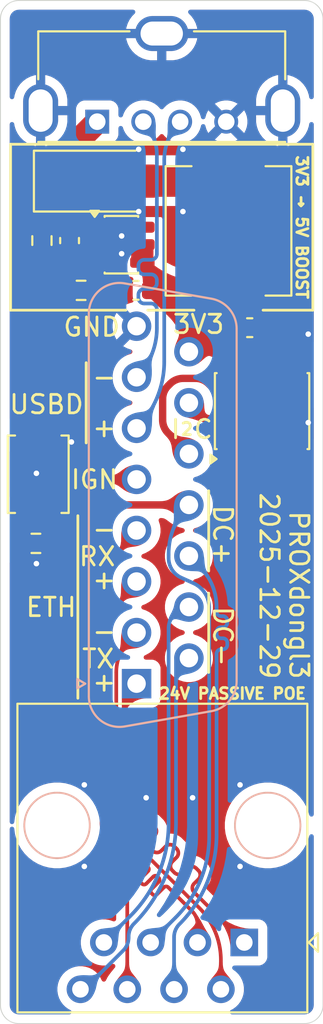
<source format=kicad_pcb>
(kicad_pcb
	(version 20241229)
	(generator "pcbnew")
	(generator_version "9.0")
	(general
		(thickness 1.6)
		(legacy_teardrops no)
	)
	(paper "A4")
	(layers
		(0 "F.Cu" signal)
		(2 "B.Cu" signal)
		(9 "F.Adhes" user "F.Adhesive")
		(11 "B.Adhes" user "B.Adhesive")
		(13 "F.Paste" user)
		(15 "B.Paste" user)
		(5 "F.SilkS" user "F.Silkscreen")
		(7 "B.SilkS" user "B.Silkscreen")
		(1 "F.Mask" user)
		(3 "B.Mask" user)
		(17 "Dwgs.User" user "User.Drawings")
		(19 "Cmts.User" user "User.Comments")
		(21 "Eco1.User" user "User.Eco1")
		(23 "Eco2.User" user "User.Eco2")
		(25 "Edge.Cuts" user)
		(27 "Margin" user)
		(31 "F.CrtYd" user "F.Courtyard")
		(29 "B.CrtYd" user "B.Courtyard")
		(35 "F.Fab" user)
		(33 "B.Fab" user)
		(39 "User.1" user)
		(41 "User.2" user)
		(43 "User.3" user)
		(45 "User.4" user)
	)
	(setup
		(pad_to_mask_clearance 0)
		(allow_soldermask_bridges_in_footprints no)
		(tenting front back)
		(pcbplotparams
			(layerselection 0x00000000_00000000_55555555_5755f5ff)
			(plot_on_all_layers_selection 0x00000000_00000000_00000000_00000000)
			(disableapertmacros no)
			(usegerberextensions yes)
			(usegerberattributes yes)
			(usegerberadvancedattributes yes)
			(creategerberjobfile yes)
			(dashed_line_dash_ratio 12.000000)
			(dashed_line_gap_ratio 3.000000)
			(svgprecision 4)
			(plotframeref no)
			(mode 1)
			(useauxorigin no)
			(hpglpennumber 1)
			(hpglpenspeed 20)
			(hpglpendiameter 15.000000)
			(pdf_front_fp_property_popups yes)
			(pdf_back_fp_property_popups yes)
			(pdf_metadata yes)
			(pdf_single_document no)
			(dxfpolygonmode yes)
			(dxfimperialunits yes)
			(dxfusepcbnewfont yes)
			(psnegative no)
			(psa4output no)
			(plot_black_and_white yes)
			(sketchpadsonfab no)
			(plotpadnumbers no)
			(hidednponfab no)
			(sketchdnponfab yes)
			(crossoutdnponfab yes)
			(subtractmaskfromsilk no)
			(outputformat 1)
			(mirror no)
			(drillshape 0)
			(scaleselection 1)
			(outputdirectory "out/")
		)
	)
	(net 0 "")
	(net 1 "/ETH_DC1+")
	(net 2 "/ETH_RX-")
	(net 3 "/ETH_TX+")
	(net 4 "/ETH_DC2+")
	(net 5 "/ETH_DC1-")
	(net 6 "/ETH_DC2-")
	(net 7 "/ETH_RX+")
	(net 8 "/ETH_TX-")
	(net 9 "/USB_D-")
	(net 10 "/USB_D+")
	(net 11 "+3V3")
	(net 12 "GND")
	(net 13 "+5V")
	(net 14 "Net-(D1-A)")
	(net 15 "Net-(U1-FB)")
	(net 16 "unconnected-(U1-NC-Pad6)")
	(net 17 "/I2C_SDA")
	(net 18 "/I2C_SCL")
	(net 19 "/IGNITION")
	(net 20 "Net-(SW1-A)")
	(footprint "Connector_USB:USB_A_Molex_105057_Vertical" (layer "F.Cu") (at 105.25 49.575))
	(footprint "Diode_SMD:D_SMA" (layer "F.Cu") (at 105.325 52.8))
	(footprint "Resistor_SMD:R_0603_1608Metric" (layer "F.Cu") (at 101.925 72.45 180))
	(footprint "Capacitor_SMD:C_0603_1608Metric" (layer "F.Cu") (at 113.525 60.75))
	(footprint "Package_TO_SOT_SMD:SOT-23-6" (layer "F.Cu") (at 106.5625 56.25 90))
	(footprint "Button_Switch_SMD:SW_SPST_TS-1088-xR020" (layer "F.Cu") (at 102.05 68.7 90))
	(footprint "Capacitor_SMD:C_0603_1608Metric" (layer "F.Cu") (at 103.75 56.025 -90))
	(footprint "Package_SO:SOIC-8_3.9x4.9mm_P1.27mm" (layer "F.Cu") (at 114.195 65.275 90))
	(footprint "Inductor_SMD:L_APV_APH0630" (layer "F.Cu") (at 112.375 55.5 90))
	(footprint "Resistor_SMD:R_0603_1608Metric" (layer "F.Cu") (at 104.375 58.725))
	(footprint "Resistor_SMD:R_0603_1608Metric" (layer "F.Cu") (at 102.25 56.025 -90))
	(footprint "Capacitor_SMD:C_0603_1608Metric" (layer "F.Cu") (at 107.35 58.725 180))
	(footprint "Connector_RJ:RJ45_OST_PJ012-8P8CX_Vertical" (layer "F.Cu") (at 113.23 94.1 180))
	(footprint "Connector_Dsub:DSUB-15_Socket_Vertical_P2.77x2.84mm" (layer "B.Cu") (at 107.385 80.06 -90))
	(gr_line
		(start 100.55 59.8)
		(end 100.55 50.8)
		(stroke
			(width 0.15)
			(type default)
		)
		(layer "F.SilkS")
		(uuid "0bb21fb7-3704-48fa-b0fa-ae8d9324f6b5")
	)
	(gr_line
		(start 116.95 59.8)
		(end 114.25 59.8)
		(stroke
			(width 0.15)
			(type default)
		)
		(layer "F.SilkS")
		(uuid "686a42a7-c847-4fd6-b630-2f03d989e285")
	)
	(gr_line
		(start 111.3 75.15)
		(end 111.3 79.45)
		(stroke
			(width 0.15)
			(type default)
		)
		(layer "F.SilkS")
		(uuid "7b7c1e79-eba0-4a39-8f93-4f79a106c7cf")
	)
	(gr_line
		(start 104.65 62.65)
		(end 104.65 67)
		(stroke
			(width 0.15)
			(type default)
		)
		(layer "F.SilkS")
		(uuid "962afc5d-95b0-4015-830d-d72aeae0a586")
	)
	(gr_line
		(start 100.55 50.8)
		(end 116.95 50.8)
		(stroke
			(width 0.15)
			(type default)
		)
		(layer "F.SilkS")
		(uuid "afe98980-f851-42fc-8455-5d44fdb39854")
	)
	(gr_line
		(start 110.5 59.8)
		(end 108 59.8)
		(stroke
			(width 0.15)
			(type default)
		)
		(layer "F.SilkS")
		(uuid "b2d5807f-4ab2-4ab8-9cac-9b7838c80a58")
	)
	(gr_line
		(start 111.3 69.6)
		(end 111.3 73.95)
		(stroke
			(width 0.15)
			(type default)
		)
		(layer "F.SilkS")
		(uuid "be0860b2-78ce-44c2-8985-ea6090560ae6")
	)
	(gr_line
		(start 116.95 50.8)
		(end 116.95 59.8)
		(stroke
			(width 0.15)
			(type default)
		)
		(layer "F.SilkS")
		(uuid "bec049ac-3559-4280-828b-ee19f48cb5fb")
	)
	(gr_line
		(start 106.8 59.8)
		(end 100.55 59.8)
		(stroke
			(width 0.15)
			(type default)
		)
		(layer "F.SilkS")
		(uuid "e506de09-9398-4777-897d-8501908c24f1")
	)
	(gr_line
		(start 104.2 70.95)
		(end 104.2 80.85)
		(stroke
			(width 0.15)
			(type default)
		)
		(layer "F.SilkS")
		(uuid "f8d659c8-ff70-4b99-a38d-781217489325")
	)
	(gr_line
		(start 100 97.5)
		(end 100 44)
		(stroke
			(width 0.05)
			(type default)
		)
		(layer "Edge.Cuts")
		(uuid "0db6ce03-0979-466c-8d70-b73e485d4a8f")
	)
	(gr_line
		(start 117.5 44)
		(end 117.5 97.5)
		(stroke
			(width 0.05)
			(type default)
		)
		(layer "Edge.Cuts")
		(uuid "10be46f5-97dc-400b-ad24-0b8b87306653")
	)
	(gr_line
		(start 101 43)
		(end 116.5 43)
		(stroke
			(width 0.05)
			(type default)
		)
		(layer "Edge.Cuts")
		(uuid "413b3a9e-9bd9-4831-9365-cd63dbd28d7f")
	)
	(gr_arc
		(start 116.5 43)
		(mid 117.207107 43.292893)
		(end 117.5 44)
		(stroke
			(width 0.05)
			(type default)
		)
		(layer "Edge.Cuts")
		(uuid "52b734ef-74dd-43b6-888f-18443ecf54e3")
	)
	(gr_arc
		(start 101 98.5)
		(mid 100.292893 98.207107)
		(end 100 97.5)
		(stroke
			(width 0.05)
			(type default)
		)
		(layer "Edge.Cuts")
		(uuid "6a17951b-3130-4b4a-9fe8-2b07478bf2be")
	)
	(gr_line
		(start 116.5 98.5)
		(end 101 98.5)
		(stroke
			(width 0.05)
			(type default)
		)
		(layer "Edge.Cuts")
		(uuid "79c46bbb-04e4-4a4a-967a-27117ae08049")
	)
	(gr_arc
		(start 117.5 97.5)
		(mid 117.207107 98.207107)
		(end 116.5 98.5)
		(stroke
			(width 0.05)
			(type default)
		)
		(layer "Edge.Cuts")
		(uuid "dbd91a20-56fa-46cf-ba01-69e810d4c7e5")
	)
	(gr_arc
		(start 100 44)
		(mid 100.292893 43.292893)
		(end 101 43)
		(stroke
			(width 0.05)
			(type default)
		)
		(layer "Edge.Cuts")
		(uuid "f40b6dc1-c075-4afe-b6bc-38632a8e4915")
	)
	(gr_text "ETH"
		(at 102.75 76.5 0)
		(layer "F.SilkS")
		(uuid "049bffc6-81b2-43bb-a40c-9da8e459d2e1")
		(effects
			(font
				(size 1 1)
				(thickness 0.15)
			)
			(justify bottom)
		)
	)
	(gr_text "3V3 → 5V BOOST"
		(at 116 55.3 270)
		(layer "F.SilkS")
		(uuid "065418fe-2066-4ca7-acdd-77ec5423263f")
		(effects
			(font
				(size 0.6 0.6)
				(thickness 0.15)
				(bold yes)
			)
			(justify bottom)
		)
	)
	(gr_text "+"
		(at 105.625 75 0)
		(layer "F.SilkS")
		(uuid "0b90a5b0-df5d-4501-b2f2-b67448d903bf")
		(effects
			(font
				(size 1 1)
				(thickness 0.15)
			)
			(justify bottom)
		)
	)
	(gr_text "TX"
		(at 105.3 79.3 0)
		(layer "F.SilkS")
		(uuid "1794d75d-514e-449d-9103-4763c94b122d")
		(effects
			(font
				(size 1 1)
				(thickness 0.15)
			)
			(justify bottom)
		)
	)
	(gr_text "I C"
		(at 111.6 66.85 0)
		(layer "F.SilkS")
		(uuid "1d64b92b-cd19-41eb-b4d7-c788d3008a2a")
		(effects
			(font
				(size 1 1)
				(thickness 0.15)
			)
			(justify right bottom)
		)
	)
	(gr_text "-"
		(at 105.625 77.8 0)
		(layer "F.SilkS")
		(uuid "1df42f9d-6b34-4d56-ac24-44dc5206c04f")
		(effects
			(font
				(size 1 1)
				(thickness 0.15)
			)
			(justify bottom)
		)
	)
	(gr_text "+"
		(at 105.625 80.55 0)
		(layer "F.SilkS")
		(uuid "26fe9f4a-06b7-4719-b1a4-70101fcfed63")
		(effects
			(font
				(size 1 1)
				(thickness 0.15)
			)
			(justify bottom)
		)
	)
	(gr_text "3V3"
		(at 110.75 61.15 0)
		(layer "F.SilkS")
		(uuid "3ee0d8b8-3e57-41fc-b8b9-064870c61fbb")
		(effects
			(font
				(size 1 1)
				(thickness 0.15)
			)
			(justify bottom)
		)
	)
	(gr_text "-"
		(at 105.625 72.25 0)
		(layer "F.SilkS")
		(uuid "3f3f6247-261b-47e9-ac0a-2d4d11d96d03")
		(effects
			(font
				(size 1 1)
				(thickness 0.15)
			)
			(justify bottom)
		)
	)
	(gr_text "DC+"
		(at 111.475 72 270)
		(layer "F.SilkS")
		(uuid "4819db5c-a7f2-4d5a-892b-093ce72a6ae9")
		(effects
			(font
				(size 1 1)
				(thickness 0.15)
			)
			(justify bottom)
		)
	)
	(gr_text "PROXdongl3\n2025-12-29"
		(at 114 79.9 270)
		(layer "F.SilkS")
		(uuid "56a00f68-612a-4d4f-95f6-399a861de7d1")
		(effects
			(font
				(size 1 1)
				(thickness 0.15)
			)
			(justify right bottom)
		)
	)
	(gr_text "24V PASSIVE POE"
		(at 116.65 80.95 0)
		(layer "F.SilkS")
		(uuid "582ed5dd-8095-4dca-b37e-f8f353222111")
		(effects
			(font
				(size 0.6 0.6)
				(thickness 0.15)
				(bold yes)
			)
			(justify right bottom)
		)
	)
	(gr_text "GND"
		(at 104.95 61.3 0)
		(layer "F.SilkS")
		(uuid "62408669-0d82-4b09-a3c6-e15998c50aa3")
		(effects
			(font
				(size 1 1)
				(thickness 0.15)
			)
			(justify bottom)
		)
	)
	(gr_text "-"
		(at 105.625 64 0)
		(layer "F.SilkS")
		(uuid "7860e24c-92e6-4578-bef4-82b88fcc73bf")
		(effects
			(font
				(size 1 1)
				(thickness 0.15)
			)
			(justify bottom)
		)
	)
	(gr_text "RX"
		(at 105.25 73.75 0)
		(layer "F.SilkS")
		(uuid "94adfeb0-c9ad-4a6b-98c9-e985685955c1")
		(effects
			(font
				(size 1 1)
				(thickness 0.15)
			)
			(justify bottom)
		)
	)
	(gr_text "² "
		(at 111.35 67.3 0)
		(layer "F.SilkS")
		(uuid "afdcc192-595b-4445-b6dd-101c9dc96190")
		(effects
			(font
				(size 1 1)
				(thickness 0.15)
			)
			(justify right bottom)
		)
	)
	(gr_text "IGN"
		(at 105.1 69.575 0)
		(layer "F.SilkS")
		(uuid "c8d87bec-a391-4205-b845-6b930131ddf5")
		(effects
			(font
				(size 1 1)
				(thickness 0.15)
			)
			(justify bottom)
		)
	)
	(gr_text "USBD"
		(at 102.5 65.5 0)
		(layer "F.SilkS")
		(uuid "d627d361-55c1-4fb3-8c05-87f33695c61d")
		(effects
			(font
				(size 1 1)
				(thickness 0.15)
			)
			(justify bottom)
		)
	)
	(gr_text "DC-"
		(at 111.475 77.5 270)
		(layer "F.SilkS")
		(uuid "df6d8cb3-b30e-4703-b7c0-d3a2843d2850")
		(effects
			(font
				(size 1 1)
				(thickness 0.15)
			)
			(justify bottom)
		)
	)
	(gr_text "+"
		(at 105.625 66.75 0)
		(layer "F.SilkS")
		(uuid "ec000367-5a59-4131-9be4-cd9c849520c3")
		(effects
			(font
				(size 1 1)
				(thickness 0.15)
			)
			(justify bottom)
		)
	)
	(segment
		(start 109.42 93.811314)
		(end 109.42 96.64)
		(width 0.2)
		(layer "B.Cu")
		(net 1)
		(uuid "1b3a16c5-83c5-4082-963a-24f4bce5b034")
	)
	(segment
		(start 111.727 78.438473)
		(end 111.727 78.558473)
		(width 0.2)
		(layer "B.Cu")
		(net 1)
		(uuid "297592fe-a272-44fc-9e77-42cb25950c25")
	)
	(segment
		(start 112.307 77.838473)
		(end 112.307 77.958473)
		(width 0.2)
		(layer "B.Cu")
		(net 1)
		(uuid "3605a777-fcb1-4949-9d2b-4fed50311136")
	)
	(segment
		(start 110.225 73.135)
		(end 110.837673 73.747673)
		(width 0.2)
		(layer "B.Cu")
		(net 1)
		(uuid "42abc40d-b88e-4359-b3e2-d2fd62bc3daf")
	)
	(segment
		(start 111.967 76.398473)
		(end 112.067 76.398473)
		(width 0.2)
		(layer "B.Cu")
		(net 1)
		(uuid "4b6e64f8-ddf2-4ad7-88b5-f979a45e1a53")
	)
	(segment
		(start 111.727 78.611757)
		(end 111.727 79.948824)
		(width 0.2)
		(layer "B.Cu")
		(net 1)
		(uuid "58c9926b-6326-42e7-9dc0-12c851049de2")
	)
	(segment
		(start 111.727 78.558473)
		(end 111.727 78.611757)
		(width 0.2)
		(layer "B.Cu")
		(net 1)
		(uuid "83f4b8a8-9871-4188-8e2f-293062ac7c8a")
	)
	(segment
		(start 112.307 76.638473)
		(end 112.307 76.758473)
		(width 0.2)
		(layer "B.Cu")
		(net 1)
		(uuid "989da18c-164e-4312-b765-d0763e0d36c9")
	)
	(segment
		(start 112.067 76.998473)
		(end 111.967 76.998473)
		(width 0.2)
		(layer "B.Cu")
		(net 1)
		(uuid "aba83d00-45b9-415e-8971-df563c611b99")
	)
	(segment
		(start 111.727 79.948824)
		(end 111.727 88.241834)
		(width 0.2)
		(layer "B.Cu")
		(net 1)
		(uuid "b4f4a6aa-0c07-400b-8acd-30687c0c6f72")
	)
	(segment
		(start 112.067 78.198473)
		(end 111.967 78.198473)
		(width 0.2)
		(layer "B.Cu")
		(net 1)
		(uuid "c29c28f6-4ec4-47de-af13-a0590522dd89")
	)
	(segment
		(start 111.727005 75.894771)
		(end 111.727 76.158473)
		(width 0.2)
		(layer "B.Cu")
		(net 1)
		(uuid "cca05b71-5b5f-4256-ab52-cb01e3d64242")
	)
	(segment
		(start 111.727 77.238473)
		(end 111.727 77.358473)
		(width 0.2)
		(layer "B.Cu")
		(net 1)
		(uuid "e8f35f1c-5947-4153-b041-9d5f8b5d5ced")
	)
	(segment
		(start 111.967 77.598473)
		(end 112.067 77.598473)
		(width 0.2)
		(layer "B.Cu")
		(net 1)
		(uuid "eca8d92f-de7c-4ff4-8620-6832795d65d8")
	)
	(arc
		(start 111.727 88.241834)
		(mid 111.203571 90.873289)
		(end 109.712893 93.104207)
		(width 0.2)
		(layer "B.Cu")
		(net 1)
		(uuid "3d729d30-f11a-449e-8f5f-d25a15500890")
	)
	(arc
		(start 111.727 77.358473)
		(mid 111.797294 77.528179)
		(end 111.967 77.598473)
		(width 0.2)
		(layer "B.Cu")
		(net 1)
		(uuid "4889e938-fd7e-45f7-a438-fd58a02665ad")
	)
	(arc
		(start 111.967 76.998473)
		(mid 111.797294 77.068767)
		(end 111.727 77.238473)
		(width 0.2)
		(layer "B.Cu")
		(net 1)
		(uuid "840bed66-a729-458a-bb79-41114e5b1fc5")
	)
	(arc
		(start 112.307 77.958473)
		(mid 112.236706 78.128179)
		(end 112.067 78.198473)
		(width 0.2)
		(layer "B.Cu")
		(net 1)
		(uuid "88017b7f-2ce8-4096-b5fa-7d43e157a07b")
	)
	(arc
		(start 112.307 76.758473)
		(mid 112.236706 76.928179)
		(end 112.067 76.998473)
		(width 0.2)
		(layer "B.Cu")
		(net 1)
		(uuid "9785c371-2f24-469e-8504-4a7247b09219")
	)
	(arc
		(start 111.727 76.158473)
		(mid 111.797294 76.328179)
		(end 111.967 76.398473)
		(width 0.2)
		(layer "B.Cu")
		(net 1)
		(uuid "a609964b-d264-4d9f-b12b-08cc4a699a63")
	)
	(arc
		(start 112.067 76.398473)
		(mid 112.236706 76.468767)
		(end 112.307 76.638473)
		(width 0.2)
		(layer "B.Cu")
		(net 1)
		(uuid "ac1d85bb-f59a-4dfc-941c-ef6392377f83")
	)
	(arc
		(start 109.712893 93.104207)
		(mid 109.49612 93.428631)
		(end 109.42 93.811314)
		(width 0.2)
		(layer "B.Cu")
		(net 1)
		(uuid "d6ee7632-5b2a-4cfb-b595-83b645ff3a0f")
	)
	(arc
		(start 110.837673 73.747673)
		(mid 111.495887 74.73277)
		(end 111.727005 75.894771)
		(width 0.2)
		(layer "B.Cu")
		(net 1)
		(uuid "d77a85b3-60db-4da9-b72d-3bba58386af8")
	)
	(arc
		(start 112.067 77.598473)
		(mid 112.236706 77.668767)
		(end 112.307 77.838473)
		(width 0.2)
		(layer "B.Cu")
		(net 1)
		(uuid "db339cf9-2624-410e-9cdf-a3c53cbe6b3f")
	)
	(arc
		(start 111.967 78.198473)
		(mid 111.797294 78.268767)
		(end 111.727 78.438473)
		(width 0.2)
		(layer "B.Cu")
		(net 1)
		(uuid "e60421ae-9944-4ba1-b5d8-dc864b2c1861")
	)
	(segment
		(start 106.88 96.64)
		(end 106.88 91.014127)
		(width 0.2)
		(layer "F.Cu")
		(net 2)
		(uuid "35e5ba2f-7fd0-48ff-93b1-eae833a0d61e")
	)
	(segment
		(start 105.482 87.639086)
		(end 105.482 76.344198)
		(width 0.2)
		(layer "F.Cu")
		(net 2)
		(uuid "60b35e78-4833-4263-92c3-97eb2a95da3d")
	)
	(arc
		(start 105.774893 88.346193)
		(mid 106.592798 89.570264)
		(end 106.88 91.014127)
		(width 0.2)
		(layer "F.Cu")
		(net 2)
		(uuid "19e1288e-cd7a-4cfe-953d-6947053902e2")
	)
	(arc
		(start 107.385 71.75)
		(mid 105.976563 73.857856)
		(end 105.482 76.344198)
		(width 0.2)
		(layer "F.Cu")
		(net 2)
		(uuid "9c5fc30d-d7ed-4b8a-bacb-26097bee2dee")
	)
	(arc
		(start 105.774893 88.346193)
		(mid 105.55812 88.02177)
		(end 105.482 87.639086)
		(width 0.2)
		(layer "F.Cu")
		(net 2)
		(uuid "d51b8968-c8e4-42c4-9a1a-bfffcced0d88")
	)
	(segment
		(start 106.685 80.76)
		(end 106.685 87.140786)
		(width 0.2)
		(layer "F.Cu")
		(net 3)
		(uuid "213cc9bc-96a1-4c17-8f5c-ccd93a116c65")
	)
	(segment
		(start 108.728115 89.12294)
		(end 108.960045 88.891007)
		(width 0.2)
		(layer "F.Cu")
		(net 3)
		(uuid "24ac8024-d204-4326-b00b-005f6abc51fc")
	)
	(segment
		(start 110.62316 90.078947)
		(end 110.741953 90.19774)
		(width 0.2)
		(layer "F.Cu")
		(net 3)
		(uuid "33be4c92-56f3-41eb-816b-15f32d9d77e2")
	)
	(segment
		(start 107.385 80.06)
		(end 106.685 80.76)
		(width 0.2)
		(layer "F.Cu")
		(net 3)
		(uuid "34c1f55e-d59e-4312-a4ac-b692196311fb")
	)
	(segment
		(start 110.741953 90.672916)
		(end 110.51002 90.904846)
		(width 0.2)
		(layer "F.Cu")
		(net 3)
		(uuid "5422b261-37a7-4aa3-8ee2-9fe0f509da50")
	)
	(segment
		(start 107.385 80.06)
		(end 106.977893 80.467107)
		(width 0.2)
		(layer "F.Cu")
		(net 3)
		(uuid "6c1f7510-deab-4342-9ffa-c055c23b178e")
	)
	(segment
		(start 107.540176 87.935001)
		(end 107.772106 87.703068)
		(width 0.2)
		(layer "F.Cu")
		(net 3)
		(uuid "84b38016-7cc8-4fa3-8b7d-a5b057c522ba")
	)
	(segment
		(start 109.554014 89.484977)
		(end 109.322081 89.716907)
		(width 0.2)
		(layer "F.Cu")
		(net 3)
		(uuid "9ac48fe6-f7b1-44c0-98a7-4e04da66844b")
	)
	(segment
		(start 109.916054 90.310879)
		(end 110.147984 90.078946)
		(width 0.2)
		(layer "F.Cu")
		(net 3)
		(uuid "a2574c8e-f60c-47dc-ba1e-fdeaf4826972")
	)
	(segment
		(start 110.628817 91.498817)
		(end 111.065 91.935)
		(width 0.2)
		(layer "F.Cu")
		(net 3)
		(uuid "ab11df4e-0c3b-49e5-b3ae-859f74f2b246")
	)
	(segment
		(start 109.435221 88.891008)
		(end 109.554014 89.009801)
		(width 0.2)
		(layer "F.Cu")
		(net 3)
		(uuid "b6312bb9-ecae-4f9e-96e4-326e5c0f01a1")
	)
	(segment
		(start 109.322082 90.192083)
		(end 109.440878 90.310878)
		(width 0.2)
		(layer "F.Cu")
		(net 3)
		(uuid "b73de118-aa28-480d-b46e-9d60e59735a8")
	)
	(segment
		(start 108.366075 88.297038)
		(end 108.134142 88.528968)
		(width 0.2)
		(layer "F.Cu")
		(net 3)
		(uuid "bca99180-b19e-4329-afac-060f59b785f4")
	)
	(segment
		(start 111.065 91.935)
		(end 113.23 94.1)
		(width 0.2)
		(layer "F.Cu")
		(net 3)
		(uuid "d2aaabad-c98a-45ae-96f4-1a8bd2222fa4")
	)
	(segment
		(start 108.247282 87.703069)
		(end 108.366075 87.821862)
		(width 0.2)
		(layer "F.Cu")
		(net 3)
		(uuid "dfb03752-e664-48a2-9d08-a7133c0f8063")
	)
	(segment
		(start 110.510021 91.380022)
		(end 110.628817 91.498817)
		(width 0.2)
		(layer "F.Cu")
		(net 3)
		(uuid "e06b253f-14fb-4dc8-9851-561d427c4427")
	)
	(segment
		(start 106.977893 87.847893)
		(end 107.065 87.935)
		(width 0.2)
		(layer "F.Cu")
		(net 3)
		(uuid "e20394a6-36ba-478e-8529-2641863adfaf")
	)
	(segment
		(start 108.134143 89.004144)
		(end 108.252939 89.122939)
		(width 0.2)
		(layer "F.Cu")
		(net 3)
		(uuid "e7e0aa8a-e407-46af-a998-0e98ace99086")
	)
	(arc
		(start 108.134142 88.528968)
		(mid 108.035731 88.766556)
		(end 108.134143 89.004144)
		(width 0.2)
		(layer "F.Cu")
		(net 3)
		(uuid "233b63ef-0432-464d-be60-e0fff5d13ac2")
	)
	(arc
		(start 110.51002 90.904846)
		(mid 110.411609 91.142434)
		(end 110.510021 91.380022)
		(width 0.2)
		(layer "F.Cu")
		(net 3)
		(uuid "3f33e3bc-9f81-4a07-86d5-c2781531a87b")
	)
	(arc
		(start 109.440878 90.310878)
		(mid 109.678467 90.40929)
		(end 109.916054 90.310879)
		(width 0.2)
		(layer "F.Cu")
		(net 3)
		(uuid "443a3d4a-6585-4196-a40e-7041425c4eac")
	)
	(arc
		(start 110.147984 90.078946)
		(mid 110.385572 89.980535)
		(end 110.62316 90.078947)
		(width 0.2)
		(layer "F.Cu")
		(net 3)
		(uuid "450e2d8f-0dd2-42b4-8f9f-39d4c2ccd201")
	)
	(arc
		(start 110.741953 90.19774)
		(mid 110.840365 90.435328)
		(end 110.741953 90.672916)
		(width 0.2)
		(layer "F.Cu")
		(net 3)
		(uuid "4e2764a4-0acf-4e47-855b-0e09e4b064ac")
	)
	(arc
		(start 107.065 87.935)
		(mid 107.302589 88.033412)
		(end 107.540176 87.935001)
		(width 0.2)
		(layer "F.Cu")
		(net 3)
		(uuid "617fa0de-ebb0-436c-8263-15595d60ef9c")
	)
	(arc
		(start 108.366075 87.821862)
		(mid 108.464487 88.05945)
		(end 108.366075 88.297038)
		(width 0.2)
		(layer "F.Cu")
		(net 3)
		(uuid "75f31041-05b3-4f77-bf21-c5469b3b3203")
	)
	(arc
		(start 108.252939 89.122939)
		(mid 108.490528 89.221351)
		(end 108.728115 89.12294)
		(width 0.2)
		(layer "F.Cu")
		(net 3)
		(uuid "8f790694-a398-4b1e-bb57-b582fb2543be")
	)
	(arc
		(start 107.772106 87.703068)
		(mid 108.009694 87.604657)
		(end 108.247282 87.703069)
		(width 0.2)
		(layer "F.Cu")
		(net 3)
		(uuid "a951adfe-5ee2-47da-a8db-acf76f9336c4")
	)
	(arc
		(start 109.554014 89.009801)
		(mid 109.652426 89.247389)
		(end 109.554014 89.484977)
		(width 0.2)
		(layer "F.Cu")
		(net 3)
		(uuid "cac28868-16bc-44b8-8510-56e0c858b8a5")
	)
	(arc
		(start 106.685 87.140786)
		(mid 106.76112 87.52347)
		(end 106.977893 87.847893)
		(width 0.2)
		(layer "F.Cu")
		(net 3)
		(uuid "d50a074b-b3dd-4558-8c40-85b226028dcd")
	)
	(arc
		(start 109.322081 89.716907)
		(mid 109.22367 89.954495)
		(end 109.322082 90.192083)
		(width 0.2)
		(layer "F.Cu")
		(net 3)
		(uuid "dc2f670d-15ea-4477-9882-6c8a74a5d2f3")
	)
	(arc
		(start 108.960045 88.891007)
		(mid 109.197633 88.792596)
		(end 109.435221 88.891008)
		(width 0.2)
		(layer "F.Cu")
		(net 3)
		(uuid "e16beaad-139b-4905-8a28-40e8a90511db")
	)
	(segment
		(start 105.249214 70.365)
		(end 110.225 70.365)
		(width 0.4)
		(layer "F.Cu")
		(net 4)
		(uuid "28ffc81f-a65d-4b44-9612-79f8d15c4d07")
	)
	(segment
		(start 102.75 72.45)
		(end 104.542107 70.657893)
		(width 0.4)
		(layer "F.Cu")
		(net 4)
		(uuid "886713da-d5c7-4610-b7a1-e844412d6ec7")
	)
	(arc
		(start 105.249214 70.365)
		(mid 104.866531 70.44112)
		(end 104.542107 70.657893)
		(width 0.4)
		(layer "F.Cu")
		(net 4)
		(uuid "3401c0a7-82c0-402d-a12a-13ee7408dfc4")
	)
	(segment
		(start 111.326 75.937102)
		(end 111.326 88.341275)
		(width 0.2)
		(layer "B.Cu")
		(net 4)
		(uuid "2e521ab4-1c9c-4f82-8744-e8f74b45f502")
	)
	(segment
		(start 109.4997 92.750316)
		(end 108.15 94.1)
		(width 0.2)
		(layer "B.Cu")
		(net 4)
		(uuid "50323dfe-b2cd-4ed8-8839-87d366f75576")
	)
	(segment
		(start 109.123999 73.094481)
		(end 109.123997 73.24715)
		(width 0.2)
		(layer "B.Cu")
		(net 4)
		(uuid "573d0532-267c-4c64-81f2-82efa49f1e11")
	)
	(segment
		(start 109.124 73.050762)
		(end 109.123999 73.094481)
		(width 0.2)
		(layer "B.Cu")
		(net 4)
		(uuid "83aac324-fece-4496-8203-5c602cf4d72f")
	)
	(segment
		(start 109.124 73.022931)
		(end 109.124 73.050762)
		(width 0.2)
		(layer "B.Cu")
		(net 4)
		(uuid "b55e6cf2-afd1-4de7-8e61-c1b98395f5a3")
	)
	(segment
		(start 109.80946 74.311291)
		(end 110.472761 74.612516)
		(width 0.2)
		(layer "B.Cu")
		(net 4)
		(uuid "e3ce3b94-346f-4702-a787-4bad6a18c179")
	)
	(arc
		(start 109.123997 73.24715)
		(mid 109.310191 73.880054)
		(end 109.80946 74.311291)
		(width 0.2)
		(layer "B.Cu")
		(net 4)
		(uuid "29764fa2-a997-4704-9206-466832b26de4")
	)
	(arc
		(start 110.225 70.365)
		(mid 109.410133 71.584481)
		(end 109.124 73.022931)
		(width 0.2)
		(layer "B.Cu")
		(net 4)
		(uuid "524331c2-a955-4a25-93ad-45d61e2ba38d")
	)
	(arc
		(start 111.326 88.341275)
		(mid 110.85136 90.727434)
		(end 109.4997 92.750316)
		(width 0.2)
		(layer "B.Cu")
		(net 4)
		(uuid "95ff44f7-af53-4de6-a56f-ea9300a9a3de")
	)
	(arc
		(start 111.326 75.937102)
		(mid 111.094227 75.149297)
		(end 110.472761 74.612516)
		(width 0.2)
		(layer "B.Cu")
		(net 4)
		(uuid "e8685c65-5f2e-4be2-a160-a7a6580df01f")
	)
	(segment
		(start 109.416893 76.333107)
		(end 109.845 75.905)
		(width 0.2)
		(layer "B.Cu")
		(net 5)
		(uuid "19de6717-dd66-4f55-9b1f-ed5f070abbb0")
	)
	(segment
		(start 109.124 87.641773)
		(end 109.124 77.040214)
		(width 0.2)
		(layer "B.Cu")
		(net 5)
		(uuid "7ef2c0a7-1daf-4709-ba47-40c201c5c4ee")
	)
	(segment
		(start 109.845 75.905)
		(end 110.225 75.905)
		(width 0.2)
		(layer "B.Cu")
		(net 5)
		(uuid "7ff693eb-e5e6-4b1c-9b05-4bb976a10db3")
	)
	(segment
		(start 105.61 94.1)
		(end 107.042033 92.668001)
		(width 0.2)
		(layer "B.Cu")
		(net 5)
		(uuid "947dcb75-2a58-4d01-91e3-4a251669c49b")
	)
	(segment
		(start 105.61 94.1)
		(end 105.5 93.99)
		(width 0.2)
		(layer "B.Cu")
		(net 5)
		(uuid "ee570994-3e94-4237-bd5c-cfcc1aedb572")
	)
	(arc
		(start 107.042033 92.668001)
		(mid 108.582913 90.361955)
		(end 109.124 87.641773)
		(width 0.2)
		(layer "B.Cu")
		(net 5)
		(uuid "9367f155-3e0b-4ef1-95e0-d75e8f9bf54c")
	)
	(arc
		(start 109.416893 76.333107)
		(mid 109.20012 76.65753)
		(end 109.124 77.040214)
		(width 0.2)
		(layer "B.Cu")
		(net 5)
		(uuid "ac278524-a01d-4232-8144-d0e3b99e6d94")
	)
	(segment
		(start 106.953893 93.828232)
		(end 106.953893 93.785982)
		(width 0.2)
		(layer "B.Cu")
		(net 6)
		(uuid "6010f089-3123-43db-a364-fbc262c45f34")
	)
	(segment
		(start 109.525 87.578835)
		(end 109.525 79.789214)
		(width 0.2)
		(layer "B.Cu")
		(net 6)
		(uuid "7e9e76bf-d0c5-4b76-b851-d7129937c28e")
	)
	(segment
		(start 104.556339 96.64)
		(end 106.661 94.535339)
		(width 0.2)
		(layer "B.Cu")
		(net 6)
		(uuid "95ee3c68-50d0-449d-b1c1-bdd40f4b71cc")
	)
	(segment
		(start 104.34 96.64)
		(end 104.556339 96.64)
		(width 0.2)
		(layer "B.Cu")
		(net 6)
		(uuid "b41c45bb-3840-4329-873b-0826724ca19c")
	)
	(segment
		(start 109.817893 79.082107)
		(end 110.225 78.675)
		(width 0.2)
		(layer "B.Cu")
		(net 6)
		(uuid "ee68e164-ca41-4506-92ea-0620134d969e")
	)
	(arc
		(start 109.525 79.789214)
		(mid 109.60112 79.406531)
		(end 109.817893 79.082107)
		(width 0.2)
		(layer "B.Cu")
		(net 6)
		(uuid "601c0325-34fd-4107-8982-98e1646ff6bb")
	)
	(arc
		(start 106.953893 93.785982)
		(mid 107.030013 93.403299)
		(end 107.246786 93.078875)
		(width 0.2)
		(layer "B.Cu")
		(net 6)
		(uuid "6cbdcb56-97f5-4eb9-bec7-9c4b1ad8ab0a")
	)
	(arc
		(start 106.661 94.535339)
		(mid 106.877773 94.210916)
		(end 106.953893 93.828232)
		(width 0.2)
		(layer "B.Cu")
		(net 6)
		(uuid "cdf8a814-f6e8-4848-b587-18abdfccfa59")
	)
	(arc
		(start 107.246786 93.078875)
		(mid 108.932921 90.555415)
		(end 109.525 87.578835)
		(width 0.2)
		(layer "B.Cu")
		(net 6)
		(uuid "eb7a141a-7c25-4cc6-b7e6-d884c399ce57")
	)
	(segment
		(start 109.162381 91.166581)
		(end 109.3279 91.3321)
		(width 0.2)
		(layer "F.Cu")
		(net 7)
		(uuid "15b411c7-ffbd-4ead-bf58-f9f9c6b35cb2")
	)
	(segment
		(start 109.104397 91.108597)
		(end 109.162381 91.166581)
		(width 0.2)
		(layer "F.Cu")
		(net 7)
		(uuid "2762318f-2d42-4a0d-9577-aa34abcf0d1c")
	)
	(segment
		(start 108.002727 90.238858)
		(end 107.619475 90.622109)
		(width 0.2)
		(layer "F.Cu")
		(net 7)
		(uuid "287071ee-1ee2-499c-a9ce-f8ecf42d3b0b")
	)
	(segment
		(start 107.4229 89.659031)
		(end 107.216424 89.865506)
		(width 0.2)
		(layer "F.Cu")
		(net 7)
		(uuid "29a7ed2f-8e4f-4cb7-82c9-1b82aa07d29c")
	)
	(segment
		(start 108.199302 91.433867)
		(end 108.257284 91.491849)
		(width 0.2)
		(layer "F.Cu")
		(net 7)
		(uuid "2bc0a353-443d-4045-92f7-8008b44d6876")
	)
	(segment
		(start 107.216424 90.097437)
		(end 107.274406 90.155419)
		(width 0.2)
		(layer "F.Cu")
		(net 7)
		(uuid "3bd8a843-541f-49a2-80ce-54e5adec7582")
	)
	(segment
		(start 109.3279 91.3321)
		(end 110.281037 92.285237)
		(width 0.2)
		(layer "F.Cu")
		(net 7)
		(uuid "3ff0c178-d559-4453-b347-324ac0c71169")
	)
	(segment
		(start 110.281037 92.285237)
		(end 110.397107 92.401307)
		(width 0.2)
		(layer "F.Cu")
		(net 7)
		(uuid "870a4c3e-3467-4d7d-899e-2fa5d5e145dc")
	)
	(segment
		(start 107.944743 89.948943)
		(end 108.002727 90.006927)
		(width 0.2)
		(layer "F.Cu")
		(net 7)
		(uuid "9c62ffd7-2d59-4831-8a10-0b34bb66b7f3")
	)
	(segment
		(start 107.506337 90.155419)
		(end 107.712812 89.948943)
		(width 0.2)
		(layer "F.Cu")
		(net 7)
		(uuid "a5c6f3b1-9b78-483d-a59a-da4a82b89d2b")
	)
	(segment
		(start 107.909388 90.912022)
		(end 108.292639 90.52877)
		(width 0.2)
		(layer "F.Cu")
		(net 7)
		(uuid "a8239e8f-f4ad-4bcd-a685-40b24630076d")
	)
	(segment
		(start 108.582554 90.818685)
		(end 108.199302 91.201936)
		(width 0.2)
		(layer "F.Cu")
		(net 7)
		(uuid "ae2a428f-6241-4267-938d-dc7b1785dbab")
	)
	(segment
		(start 107.619475 90.85404)
		(end 107.677457 90.912022)
		(width 0.2)
		(layer "F.Cu")
		(net 7)
		(uuid "bd542de6-00d6-4569-a8a8-7b814e5434c0")
	)
	(segment
		(start 105.883 78.146129)
		(end 105.883 87.472986)
		(width 0.2)
		(layer "F.Cu")
		(net 7)
		(uuid "bdcc6913-de0c-47e8-80af-b18b6df31a33")
	)
	(segment
		(start 108.52457 90.52877)
		(end 108.582554 90.586754)
		(width 0.2)
		(layer "F.Cu")
		(net 7)
		(uuid "cbb60cd9-50b4-4299-b5a3-262396cc7801")
	)
	(segment
		(start 106.175893 88.180093)
		(end 107.4229 89.4271)
		(width 0.2)
		(layer "F.Cu")
		(net 7)
		(uuid "dc2eb85c-2011-497b-9c1a-e9375e89c281")
	)
	(segment
		(start 108.489215 91.491849)
		(end 108.872466 91.108597)
		(width 0.2)
		(layer "F.Cu")
		(net 7)
		(uuid "f106b01f-947e-4b6d-b921-7b6d67ddc96c")
	)
	(segment
		(start 110.69 93.108414)
		(end 110.69 94.1)
		(width 0.2)
		(layer "F.Cu")
		(net 7)
		(uuid "fadf9c9d-be21-45c6-bd28-ba31471b182e")
	)
	(arc
		(start 107.677457 90.912022)
		(mid 107.793423 90.960056)
		(end 107.909388 90.912022)
		(width 0.2)
		(layer "F.Cu")
		(net 7)
		(uuid "0044d40f-1336-4018-897f-f767c31ef9ee")
	)
	(arc
		(start 110.397107 92.401307)
		(mid 110.61388 92.725731)
		(end 110.69 93.108414)
		(width 0.2)
		(layer "F.Cu")
		(net 7)
		(uuid "08a9e97a-790d-4c1c-9c02-8911175f24f6")
	)
	(arc
		(start 105.883 87.472986)
		(mid 105.95912 87.855669)
		(end 106.175893 88.180093)
		(width 0.2)
		(layer "F.Cu")
		(net 7)
		(uuid "132eb2b6-7af8-45e0-ad5e-0a1ba96503ff")
	)
	(arc
		(start 108.199302 91.201936)
		(mid 108.151268 91.317901)
		(end 108.199302 91.433867)
		(width 0.2)
		(layer "F.Cu")
		(net 7)
		(uuid "2908833b-4ba6-4279-91a0-8e3768d41ad8")
	)
	(arc
		(start 107.4229 89.4271)
		(mid 107.470934 89.543066)
		(end 107.4229 89.659031)
		(width 0.2)
		(layer "F.Cu")
		(net 7)
		(uuid "3d1a5c3b-9c1c-4ff9-b509-0cd7ba345534")
	)
	(arc
		(start 108.002727 90.006927)
		(mid 108.050761 90.122893)
		(end 108.002727 90.238858)
		(width 0.2)
		(layer "F.Cu")
		(net 7)
		(uuid "43d0c6e6-db7b-45ce-b80a-75e47fc99d11")
	)
	(arc
		(start 107.619475 90.622109)
		(mid 107.571441 90.738074)
		(end 107.619475 90.85404)
		(width 0.2)
		(layer "F.Cu")
		(net 7)
		(uuid "450ede13-fc08-433a-a879-90ba3cb3c275")
	)
	(arc
		(start 107.712812 89.948943)
		(mid 107.828777 89.900909)
		(end 107.944743 89.948943)
		(width 0.2)
		(layer "F.Cu")
		(net 7)
		(uuid "559183c8-82a1-498e-9f0c-0c279546951a")
	)
	(arc
		(start 108.292639 90.52877)
		(mid 108.408604 90.480736)
		(end 108.52457 90.52877)
		(width 0.2)
		(layer "F.Cu")
		(net 7)
		(uuid "6c24ef7f-7479-488d-81ee-eaa183b09299")
	)
	(arc
		(start 108.582554 90.586754)
		(mid 108.630588 90.70272)
		(end 108.582554 90.818685)
		(width 0.2)
		(layer "F.Cu")
		(net 7)
		(uuid "a09cebd6-3518-47f7-8983-a19fb2e66433")
	)
	(arc
		(start 107.274406 90.155419)
		(mid 107.390372 90.203453)
		(end 107.506337 90.155419)
		(width 0.2)
		(layer "F.Cu")
		(net 7)
		(uuid "a2dcb139-68dc-48c9-8390-fa2135db1e40")
	)
	(arc
		(start 107.216424 89.865506)
		(mid 107.16839 89.981471)
		(end 107.216424 90.097437)
		(width 0.2)
		(layer "F.Cu")
		(net 7)
		(uuid "ad7c87b6-7075-4132-a3b8-14a1b031aa08")
	)
	(arc
		(start 107.385 74.52)
		(mid 106.273353 76.18369)
		(end 105.883 78.146129)
		(width 0.2)
		(layer "F.Cu")
		(net 7)
		(uuid "b7972300-392c-4a71-beb6-4c9b3c4b1973")
	)
	(arc
		(start 108.872466 91.108597)
		(mid 108.988431 91.060563)
		(end 109.104397 91.108597)
		(width 0.2)
		(layer "F.Cu")
		(net 7)
		(uuid "ea0192bc-0949-40f4-aa03-732e56c585c8")
	)
	(arc
		(start 108.257284 91.491849)
		(mid 108.37325 91.539883)
		(end 108.489215 91.491849)
		(width 0.2)
		(layer "F.Cu")
		(net 7)
		(uuid "ffa78e4a-9ea6-435a-ba81-a0d93d71d9c7")
	)
	(segment
		(start 111.96 96.64)
		(end 111.96 95.064265)
		(width 0.2)
		(layer "F.Cu")
		(net 8)
		(uuid "1e072b2f-a021-4d03-b679-d9ccb33c45ac")
	)
	(segment
		(start 110.781137 92.218237)
		(end 106.576893 88.013993)
		(width 0.2)
		(layer "F.Cu")
		(net 8)
		(uuid "2ced86cf-7653-41f5-805b-b58d44cbf522")
	)
	(segment
		(start 107.037789 77.637211)
		(end 107.385 77.29)
		(width 0.2)
		(layer "F.Cu")
		(net 8)
		(uuid "54d048d0-6021-4565-a7d5-639d167c4ae7")
	)
	(segment
		(start 106.284 87.306886)
		(end 106.284 79.457019)
		(width 0.2)
		(layer "F.Cu")
		(net 8)
		(uuid "712ae5f0-9554-4cfe-b6b0-42cb67fcdea8")
	)
	(arc
		(start 106.576893 88.013993)
		(mid 106.36012 87.68957)
		(end 106.284 87.306886)
		(width 0.2)
		(layer "F.Cu")
		(net 8)
		(uuid "0907e4d0-264d-4934-9588-116a623b2293")
	)
	(arc
		(start 107.037789 77.637211)
		(mid 106.479903 78.472146)
		(end 106.284 79.457019)
		(width 0.2)
		(layer "F.Cu")
		(net 8)
		(uuid "6fbe9976-3140-4f1f-b030-d3810ef537c8")
	)
	(arc
		(start 111.96 95.064265)
		(mid 111.653623 93.524006)
		(end 110.781137 92.218237)
		(width 0.2)
		(layer "F.Cu")
		(net 8)
		(uuid "c8e3aab4-fd21-4b27-8658-33ac568c0160")
	)
	(segment
		(start 108.486 51.351842)
		(end 108.486 51.796628)
		(width 0.2)
		(layer "B.Cu")
		(net 9)
		(uuid "022229e0-ef6b-4471-a7ff-86bdbebb8f62")
	)
	(segment
		(start 108.486 51.796628)
		(end 108.486 56.752191)
		(width 0.2)
		(layer "B.Cu")
		(net 9)
		(uuid "05cceade-a274-414f-8bf2-59eb1124b987")
	)
	(segment
		(start 108.486 60.741494)
		(end 108.486 60.781945)
		(width 0.2)
		(layer "B.Cu")
		(net 9)
		(uuid "10557358-4856-4ab5-ae04-97387702dcab")
	)
	(segment
		(start 108.486 60.451494)
		(end 108.486 60.741494)
		(width 0.2)
		(layer "B.Cu")
		(net 9)
		(uuid "14a6e22d-c347-4fc1-8b3e-f53f9be841cf")
	)
	(segment
		(start 107.802 59.438191)
		(end 108.17 59.438191)
		(width 0.2)
		(layer "B.Cu")
		(net 9)
		(uuid "2476beab-af21-4edd-993c-b2bfa6a05dae")
	)
	(segment
		(start 108.486 59.754191)
		(end 108.486 59.912191)
		(width 0.2)
		(layer "B.Cu")
		(net 9)
		(uuid "408dca81-1860-47b8-81f9-4adeff4512c8")
	)
	(segment
		(start 108.486 59.912191)
		(end 108.486 60.451494)
		(width 0.2)
		(layer "B.Cu")
		(net 9)
		(uuid "4c1fca2c-7319-40d3-ab82-cd99bcce3436")
	)
	(segment
		(start 107.486 57.384191)
		(end 107.486 57.542191)
		(width 0.2)
		(layer "B.Cu")
		(net 9)
		(uuid "700aad17-d708-4588-8db6-1688d2fab2ac")
	)
	(segment
		(start 108.17 58.648191)
		(end 107.802 58.648191)
		(width 0.2)
		(layer "B.Cu")
		(net 9)
		(uuid "84a83b14-4ce5-49b5-9a67-78eb7ffc7df3")
	)
	(segment
		(start 108.17 57.068191)
		(end 107.802 57.068191)
		(width 0.2)
		(layer "B.Cu")
		(net 9)
		(uuid "927ed8b6-8f78-4bd4-9706-697d355de0a1")
	)
	(segment
		(start 107.802 57.858191)
		(end 108.17 57.858191)
		(width 0.2)
		(layer "B.Cu")
		(net 9)
		(uuid "98fd1a51-6f36-459e-87c9-e3b59824143e")
	)
	(segment
		(start 108.486 58.174191)
		(end 108.486 58.332191)
		(width 0.2)
		(layer "B.Cu")
		(net 9)
		(uuid "bc84b526-1150-401d-9fe4-6b77ceaaf9ee")
	)
	(segment
		(start 107.486 58.964191)
		(end 107.486 59.122191)
		(width 0.2)
		(layer "B.Cu")
		(net 9)
		(uuid "e486bcad-5971-4c54-9f6f-fc3cf2dabbe6")
	)
	(arc
		(start 107.486 57.542191)
		(mid 107.578554 57.765637)
		(end 107.802 57.858191)
		(width 0.2)
		(layer "B.Cu")
		(net 9)
		(uuid "280d5bb5-4950-4afe-a3ed-a8864f2297e4")
	)
	(arc
		(start 107.802 58.648191)
		(mid 107.578554 58.740745)
		(end 107.486 58.964191)
		(width 0.2)
		(layer "B.Cu")
		(net 9)
		(uuid "2de487c8-fb55-48d5-bc7e-ec52e6391cd6")
	)
	(arc
		(start 108.17 59.438191)
		(mid 108.393446 59.530745)
		(end 108.486 59.754191)
		(width 0.2)
		(layer "B.Cu")
		(net 9)
		(uuid "310b9eb1-f40c-464c-803e-07fcd671bbd2")
	)
	(arc
		(start 107.802 57.068191)
		(mid 107.578554 57.160745)
		(end 107.486 57.384191)
		(width 0.2)
		(layer "B.Cu")
		(net 9)
		(uuid "4ed03029-a14b-4556-b297-c4721f03f8ae")
	)
	(arc
		(start 107.486 59.122191)
		(mid 107.578554 59.345637)
		(end 107.802 59.438191)
		(width 0.2)
		(layer "B.Cu")
		(net 9)
		(uuid "8c9d0890-f225-44dd-b647-dc5606e56a90")
	)
	(arc
		(start 108.486 56.752191)
		(mid 108.393446 56.975637)
		(end 108.17 57.068191)
		(width 0.2)
		(layer "B.Cu")
		(net 9)
		(uuid "c20b928b-6a80-4e7d-b9f0-dc690c64e669")
	)
	(arc
		(start 108.486 58.332191)
		(mid 108.393446 58.555637)
		(end 108.17 58.648191)
		(width 0.2)
		(layer "B.Cu")
		(net 9)
		(uuid "cc45073d-188f-442c-ac23-d06d8c53fecb")
	)
	(arc
		(start 108.17 57.858191)
		(mid 108.393446 57.950745)
		(end 108.486 58.174191)
		(width 0.2)
		(layer "B.Cu")
		(net 9)
		(uuid "dd19b0d6-1a0e-42c1-a89c-7a4a8e7da597")
	)
	(arc
		(start 108.486 60.781945)
		(mid 108.199858 62.220476)
		(end 107.385 63.44)
		(width 0.2)
		(layer "B.Cu")
		(net 9)
		(uuid "f33cfceb-e09f-45eb-b11a-bab4a8b100c3")
	)
	(arc
		(start 107.75 49.575)
		(mid 108.294723 50.390229)
		(end 108.486 51.351842)
		(width 0.2)
		(layer "B.Cu")
		(net 9)
		(uuid "f3bf2c74-4ab3-4a73-b73e-f22aebb82efc")
	)
	(segment
		(start 108.887 51.658474)
		(end 108.887 62.583871)
		(width 0.2)
		(layer "B.Cu")
		(net 10)
		(uuid "bda663fa-58e7-44bf-954b-314e59c1a180")
	)
	(arc
		(start 109.75 49.575)
		(mid 109.111288 50.530903)
		(end 108.887 51.658474)
		(width 0.2)
		(layer "B.Cu")
		(net 10)
		(uuid "4ff6a839-319f-4996-91ee-d45cb3613d47")
	)
	(arc
		(start 107.385 66.21)
		(mid 108.496646 64.546311)
		(end 108.887 62.583871)
		(width 0.2)
		(layer "B.Cu")
		(net 10)
		(uuid "8655bb6f-9eb8-44d4-8c09-6e0886ab5343")
	)
	(segment
		(start 112.29 58.61)
		(end 112.375 58.525)
		(width 0.4)
		(layer "F.Cu")
		(net 11)
		(uuid "094b2bff-76da-4c4b-9cb2-d281a48b248f")
	)
	(segment
		(start 110.225 62.055)
		(end 110.225 61.939214)
		(width 0.6)
		(layer "F.Cu")
		(net 11)
		(uuid "170c2a41-6f92-4a19-84ec-18ec923a2f8a")
	)
	(segment
		(start 107.7 56.25)
		(end 107.7 57.2)
		(width 0.6)
		(layer "F.Cu")
		(net 11)
		(uuid "2492e7e2-fe6f-4215-b9b8-165433f621da")
	)
	(segment
		(start 108.125 58.725)
		(end 108.125 58.225905)
		(width 0.6)
		(layer "F.Cu")
		(net 11)
		(uuid "33d1a2ea-c14c-43f7-9fba-887cd23adffb")
	)
	(segment
		(start 112.582893 60.917107)
		(end 112.75 60.75)
		(width 0.4)
		(layer "F.Cu")
		(net 11)
		(uuid "33eeeaea-0615-452a-af08-ed36b9b794b8")
	)
	(segment
		(start 112.29 62.8)
		(end 112.29 58.61)
		(width 0.4)
		(layer "F.Cu")
		(net 11)
		(uuid "53de0131-a5ea-45f7-9009-79a5056c870b")
	)
	(segment
		(start 112.29 62.8)
		(end 112.29 61.624214)
		(width 0.4)
		(layer "F.Cu")
		(net 11)
		(uuid "54ca032a-4adc-478f-89d9-d4dc2d3bfe62")
	)
	(segment
		(start 108.125 58.725)
		(end 109.355262 59.955262)
		(width 0.6)
		(layer "F.Cu")
		(net 11)
		(uuid "571dcac4-9f88-4435-9818-45e38f56c842")
	)
	(segment
		(start 110.225 62.055)
		(end 111.130786 62.055)
		(width 0.4)
		(layer "F.Cu")
		(net 11)
		(uuid "6b316858-dab6-4d04-b270-8674dfab406a")
	)
	(segment
		(start 111.200775 59.699225)
		(end 112.375 58.525)
		(width 0.6)
		(layer "F.Cu")
		(net 11)
		(uuid "6b80050f-859e-4fec-82a6-74f2854d2033")
	)
	(segment
		(start 108.0008 56.250599)
		(end 108.0008 57.200599)
		(width 0.6)
		(layer "F.Cu")
		(net 11)
		(uuid "8f07fb61-73d2-42d5-bef1-6e430c1d4e87")
	)
	(segment
		(start 111.837893 62.347893)
		(end 112.29 62.8)
		(width 0.4)
		(layer "F.Cu")
		(net 11)
		(uuid "ae9ae1c9-8c88-4c6e-a4b2-7239db9289ee")
	)
	(segment
		(start 112.667893 60.667893)
		(end 112.75 60.75)
		(width 0.4)
		(layer "F.Cu")
		(net 11)
		(uuid "b03c4d37-7e65-4701-b875-286a213bc277")
	)
	(segment
		(start 107.39292 56.250599)
		(end 107.39292 57.200599)
		(width 0.6)
		(layer "F.Cu")
		(net 11)
		(uuid "f313e5ec-cc3b-4525-92f0-23a5eb790b50")
	)
	(segment
		(start 112.375 58.525)
		(end 110.898711 58.525)
		(width 0.6)
		(layer "F.Cu")
		(net 11)
		(uuid "f7ce4b53-9eda-4613-b900-b995329cbce1")
	)
	(segment
		(start 112.375 58.525)
		(end 112.375 59.960786)
		(width 0.4)
		(layer "F.Cu")
		(net 11)
		(uuid "fa62a54b-3de9-46d2-a94e-593833d2bdce")
	)
	(arc
		(start 112.667893 60.667893)
		(mid 112.45112 60.34347)
		(end 112.375 59.960786)
		(width 0.4)
		(layer "F.Cu")
		(net 11)
		(uuid "5544c9f0-83a2-49b4-bf39-3570ec0c6af4")
	)
	(arc
		(start 107.7 57.2)
		(mid 108.01457 57.670741)
		(end 108.125 58.225905)
		(width 0.8)
		(layer "F.Cu")
		(net 11)
		(uuid "88cba9be-06f0-4804-b57a-ad465b808e54")
	)
	(arc
		(start 110.225 62.055)
		(mid 110.478596 60.780044)
		(end 111.200775 59.699225)
		(width 0.6)
		(layer "F.Cu")
		(net 11)
		(uuid "8d1e7f45-e56b-4218-b696-359d90968eb4")
	)
	(arc
		(start 107.7 57.2)
		(mid 109.167628 58.180667)
		(end 110.898711 58.525)
		(width 0.6)
		(layer "F.Cu")
		(net 11)
		(uuid "a2bb79dc-49e8-4a84-8ad0-4e74fb6bef38")
	)
	(arc
		(start 110.225 62.055)
		(mid 109.998963 60.918626)
		(end 109.355262 59.955262)
		(width 0.6)
		(layer "F.Cu")
		(net 11)
		(uuid "ba1a86ae-af18-4c90-ba12-2cd130b5f500")
	)
	(arc
		(start 112.29 61.624214)
		(mid 112.36612 61.241531)
		(end 112.582893 60.917107)
		(width 0.4)
		(layer "F.Cu")
		(net 11)
		(uuid "d80d4cc6-76e7-43af-bd02-fd68d6bbb5ca")
	)
	(arc
		(start 111.130786 62.055)
		(mid 111.513469 62.13112)
		(end 111.837893 62.347893)
		(width 0.4)
		(layer "F.Cu")
		(net 11)
		(uuid "f83e72a8-e6a8-4103-869e-8f27608146cf")
	)
	(segment
		(start 108.75 44.795)
		(end 103.619214 44.795)
		(width 0.4)
		(layer "F.Cu")
		(net 12)
		(uuid "10fa0e92-a9f0-4175-80aa-605a7a277525")
	)
	(segment
		(start 106.575 55.775)
		(end 106.575 55.115507)
		(width 0.5)
		(layer "F.Cu")
		(net 12)
		(uuid "1b29288a-18e3-4152-adf3-503a89f120b8")
	)
	(segment
		(start 109.15 46.75)
		(end 109.259315 46.75)
		(width 0.4)
		(layer "F.Cu")
		(net 12)
		(uuid "1f4fc586-37af-479f-a682-3a86f31c9738")
	)
	(segment
		(start 113.56 61.904214)
		(end 113.56 62.8)
		(width 0.6)
		(layer "F.Cu")
		(net 12)
		(uuid "2334aa85-46e6-42fa-bce8-44084d163b50")
	)
	(segment
		(start 108.75 44.795)
		(end 113.880786 44.795)
		(width 0.4)
		(layer "F.Cu")
		(net 12)
		(uuid "32dc2985-5483-43c3-aa61-e42103c20c00")
	)
	(segment
		(start 107.377565 60.662565)
		(end 106.575 59.860012)
		(width 0.5)
		(layer "F.Cu")
		(net 12)
		(uuid "34dd99fd-b145-401f-a8ec-5c81b599aa8d")
	)
	(segment
		(start 105.428345 56.25)
		(end 105.425 56.25)
		(width 0.5)
		(layer "F.Cu")
		(net 12)
		(uuid "464595cd-b78e-429a-97ab-21bffa4ebcfb")
	)
	(segment
		(start 107.5 51.075)
		(end 109.9 51.075)
		(width 0.6)
		(layer "F.Cu")
		(net 12)
		(uuid "47031d27-f677-4c70-b514-514ffae23bb7")
	)
	(segment
		(start 116.7 65.9)
		(end 116.7 66.735786)
		(width 0.6)
		(layer "F.Cu")
		(net 12)
		(uuid "47913cbc-9a19-43cf-9962-ec1fe34d432c")
	)
	(segment
		(start 116.1 67.75)
		(end 114.83 67.75)
		(width 0.6)
		(layer "F.Cu")
		(net 12)
		(uuid "49d7cb70-b635-4083-8791-e1335a986710")
	)
	(segment
		(start 114.83 67.75)
		(end 113.56 67.75)
		(width 0.6)
		(layer "F.Cu")
		(net 12)
		(uuid "5155ab0d-bf50-4a18-a0e5-418c1871e56c")
	)
	(segment
		(start 116.407107 58.607107)
		(end 115.1 57.3)
		(width 0.6)
		(layer "F.Cu")
		(net 12)
		(uuid "51deb0a0-5bb7-4169-bffb-2f14469461b7")
	)
	(segment
		(start 116.7 61.1)
		(end 116.7 59.314214)
		(width 0.6)
		(layer "F.Cu")
		(net 12)
		(uuid "53c78fcb-7eb8-4a09-9470-30148156d12b")
	)
	(segment
		(start 112.542893 54.742893)
		(end 115.1 57.3)
		(width 0.6)
		(layer "F.Cu")
		(net 12)
		(uuid "61a04f34-5e69-48bd-a700-ff90f958c6f7")
	)
	(segment
		(start 107.5 54.45)
		(end 109.9 54.45)
		(width 0.6)
		(layer "F.Cu")
		(net 12)
		(uuid "65de9893-5578-4fb2-98b6-b7dbdfacf595")
	)
	(segment
		(start 106.721447 54.761953)
		(end 106.886954 54.596446)
		(width 0.5)
		(layer "F.Cu")
		(net 12)
		(uuid "676d1e6f-4a68-467a-9481-a005ad06e796")
	)
	(segment
		(start 106.575 55.775)
		(end 106.575 56.737501)
		(width 0.5)
		(layer "F.Cu")
		(net 12)
		(uuid "69376a2b-c0ad-43c5-824e-631527d14036")
	)
	(segment
		(start 115.1 59.535786)
		(end 115.1 57.3)
		(width 0.6)
		(layer "F.Cu")
		(net 12)
		(uuid "6db1cd27-86e7-46d3-a41b-ccc192d93f00")
	)
	(segment
		(start 115.32 46.234214)
		(end 115.32 48.975)
		(width 0.4)
		(layer "F.Cu")
		(net 12)
		(uuid "7c40ab65-7ae4-4cd7-9e9e-f1751aaad7c2")
	)
	(segment
		(start 106.575 58.725)
		(end 106.575 59.860012)
		(width 0.5)
		(layer "F.Cu")
		(net 12)
		(uuid "7c638b6e-fb29-4376-b6f4-476a2fc2a5eb")
	)
	(segment
		(start 102.18 46.234214)
		(end 102.18 48.975)
		(width 0.4)
		(layer "F.Cu")
		(net 12)
		(uuid "811cc9f3-12de-4159-8735-161efd6e7e0b")
	)
	(segment
		(start 109.9 54.45)
		(end 111.835786 54.45)
		(width 0.6)
		(layer "F.Cu")
		(net 12)
		(uuid "86d228fe-1ada-47c0-8e27-56e572e84e12")
	)
	(segment
		(start 107.377565 60.662565)
		(end 107.385 60.67)
		(width 0.5)
		(layer "F.Cu")
		(net 12)
		(uuid "8713ff0f-17aa-455e-acb6-80cd1531a3fa")
	)
	(segment
		(start 113.56 67.75)
		(end 112.29 67.75)
		(width 0.6)
		(layer "F.Cu")
		(net 12)
		(uuid "881d6fd6-b589-4b3a-9a86-e1c7bd8d51a7")
	)
	(segment
		(start 105.2 58.725)
		(end 106.575 58.725)
		(width 0.5)
		(layer "F.Cu")
		(net 12)
		(uuid "aa35fed9-e246-4677-b0c9-86d687d6b526")
	)
	(segment
		(start 116.407107 67.442893)
		(end 116.1 67.75)
		(width 0.6)
		(layer "F.Cu")
		(net 12)
		(uuid "b0b6f23f-244a-4459-9605-bf2185229168")
	)
	(segment
		(start 114.587893 45.087893)
		(end 115.027107 45.527107)
		(width 0.4)
		(layer "F.Cu")
		(net 12)
		(uuid "c590556a-b889-4a68-9bc3-52206d44243a")
	)
	(segment
		(start 108.75 44.795)
		(end 108.75 46.35)
		(width 0.4)
		(layer "F.Cu")
		(net 12)
		(uuid "c945e4f5-5357-4e32-80e4-23670a491984")
	)
	(segment
		(start 106.575 58.725)
		(end 106.575 56.737501)
		(width 0.5)
		(layer "F.Cu")
		(net 12)
		(uuid "d2222aea-3d7c-425b-a3a4-bcceb79392bd")
	)
	(segment
		(start 102.912107 45.087893)
		(end 102.472893 45.527107)
		(width 0.4)
		(layer "F.Cu")
		(net 12)
		(uuid "d8b60a8c-9d24-41ef-9975-c5d9fa502310")
	)
	(segment
		(start 106.575 56.737501)
		(end 106.555922 56.718423)
		(width 0.5)
		(layer "F.Cu")
		(net 12)
		(uuid "de14852f-f881-4696-9fe7-3d60d4bb105d")
	)
	(segment
		(start 105.425 56.25)
		(end 105.077778 56.25)
		(width 0.6)
		(layer "F.Cu")
		(net 12)
		(uuid "de38eb4e-bebd-4316-a004-e66dc24d02ab")
	)
	(segment
		(start 114.3 60.75)
		(end 113.852893 61.197107)
		(width 0.6)
		(layer "F.Cu")
		(net 12)
		(uuid "e240864e-9cfd-481f-a7c0-b71da179056e")
	)
	(segment
		(start 109.542158 46.867158)
		(end 112.25 49.575)
		(width 0.4)
		(layer "F.Cu")
		(net 12)
		(uuid "e528fc41-8562-4d2f-baf1-7ff476c8e322")
	)
	(segment
		(start 114.3 60.75)
		(end 114.807107 60.242893)
		(width 0.6)
		(layer "F.Cu")
		(net 12)
		(uuid "e7696c3e-52b1-47df-80e0-897254ad04d5")
	)
	(segment
		(start 107.240507 54.45)
		(end 107.5 54.45)
		(width 0.5)
		(layer "F.Cu")
		(net 12)
		(uuid "f1eb9fc8-4c1e-43a5-8505-12119a1d3ac9")
	)
	(via
		(at 109.9 51.075)
		(size 0.6)
		(drill 0.3)
		(layers "F.Cu" "B.Cu")
		(free yes)
		(net 12)
		(uuid "0d74069c-dfaf-4ddd-a18b-7e71b9851a49")
	)
	(via
		(at 103.85 66.95)
		(size 0.6)
		(drill 0.3)
		(layers "F.Cu" "B.Cu")
		(free yes)
		(net 12)
		(uuid "311b78bf-2e4e-4739-b98c-d732f674f945")
	)
	(via
		(at 101.95 73.55)
		(size 0.6)
		(drill 0.3)
		(layers "F.Cu" "B.Cu")
		(free yes)
		(net 12)
		(uuid "50121b18-9877-4511-bf36-006cfbab2c1f")
	)
	(via
		(at 107.5 54.45)
		(size 0.6)
		(drill 0.3)
		(layers "F.Cu" "B.Cu")
		(free yes)
		(net 12)
		(uuid "7a5e6030-1e94-42c7-b57f-0a14615c26d3")
	)
	(via
		(at 110.425 86.25)
		(size 0.6)
		(drill 0.3)
		(layers "F.Cu" "B.Cu")
		(free yes)
		(net 12)
		(uuid "876bae1b-0760-49b5-832e-b69fcf0cf519")
	)
	(via
		(at 116.7 65.9)
		(size 0.6)
		(drill 0.3)
		(layers "F.Cu" "B.Cu")
		(free yes)
		(net 12)
		(uuid "8c8d9f0a-3a8c-483d-8ff5-d5dfcf201156")
	)
	(via
		(at 107.5 51.075)
		(size 0.6)
		(drill 0.3)
		(layers "F.Cu" "B.Cu")
		(free yes)
		(net 12)
		(uuid "9b8119a8-0615-4f9f-bea9-9d76e93fe7e8")
	)
	(via
		(at 104.55 85.55)
		(size 0.6)
		(drill 0.3)
		(layers "F.Cu" "B.Cu")
		(free yes)
		(net 12)
		(uuid "a2a88590-cfd5-4a29-a531-b3394a926948")
	)
	(via
		(at 113 85.55)
		(size 0.6)
		(drill 0.3)
		(layers "F.Cu" "B.Cu")
		(free yes)
		(net 12)
		(uuid "ac616ec1-d1d2-44fb-9f49-8187201b2e90")
	)
	(via
		(at 101.95 68.65)
		(size 0.6)
		(drill 0.3)
		(layers "F.Cu" "B.Cu")
		(free yes)
		(net 12)
		(uuid "ad86d190-6989-4605-9b58-4624382339d3")
	)
	(via
		(at 107.905 86.25)
		(size 0.6)
		(drill 0.3)
		(layers "F.Cu" "B.Cu")
		(free yes)
		(net 12)
		(uuid "c61ff644-7bac-4835-a369-81f37b2dd0ef")
	)
	(via
		(at 106.575 55.775)
		(size 0.6)
		(drill 0.3)
		(layers "F.Cu" "B.Cu")
		(free yes)
		(net 12)
		(uuid "cec26263-7c94-4cca-97c4-66dc0bc37808")
	)
	(via
		(at 116.7 61.1)
		(size 0.6)
		(drill 0.3)
		(layers "F.Cu" "B.Cu")
		(free yes)
		(net 12)
		(uuid "cfd917b1-8b80-4bb6-8139-f0687b47f4c9")
	)
	(via
		(at 113 89.975)
		(size 0.6)
		(drill 0.3)
		(layers "F.Cu" "B.Cu")
		(free yes)
		(net 12)
		(uuid "d2f92140-5c7d-45e8-ba65-388e2768ee0d")
	)
	(via
		(at 104.55 89.975)
		(size 0.6)
		(drill 0.3)
		(layers "F.Cu" "B.Cu")
		(free yes)
		(net 12)
		(uuid "e3a6cd32-8774-441b-b1b5-ad98603fc489")
	)
	(via
		(at 109.9 54.45)
		(size 0.6)
		(drill 0.3)
		(layers "F.Cu" "B.Cu")
		(free yes)
		(net 12)
		(uuid "e519f171-e8ae-453e-85e4-179151633197")
	)
	(via
		(at 106.575 56.737501)
		(size 0.6)
		(drill 0.3)
		(layers "F.Cu" "B.Cu")
		(net 12)
		(uuid "fdc77cb1-a90b-487f-9284-5015c191b893")
	)
	(arc
		(start 113.56 61.904214)
		(mid 113.63612 61.521531)
		(end 113.852893 61.197107)
		(width 0.6)
		(layer "F.Cu")
		(net 12)
		(uuid "02c87b4f-6626-414c-a98e-0db98e015519")
	)
	(arc
		(start 116.407107 58.607107)
		(mid 116.62388 58.93153)
		(end 116.7 59.314214)
		(width 0.6)
		(layer "F.Cu")
		(net 12)
		(uuid "11d7734b-578c-4639-9ea4-ecad427abd2e")
	)
	(arc
		(start 114.807107 60.242893)
		(mid 115.02388 59.91847)
		(end 115.1 59.535786)
		(width 0.6)
		(layer "F.Cu")
		(net 12)
		(uuid "28408155-8249-4090-8ef5-99ebae39e376")
	)
	(arc
		(start 106.886954 54.596446)
		(mid 107.049166 54.48806)
		(end 107.240507 54.45)
		(width 0.5)
		(layer "F.Cu")
		(net 12)
		(uuid "2ce0fe56-f7d8-43f1-84ba-069cc6139dc0")
	)
	(arc
		(start 102.472893 45.527107)
		(mid 102.25612 45.85153)
		(end 102.18 46.234214)
		(width 0.4)
		(layer "F.Cu")
		(net 12)
		(uuid "408ed891-04a3-4ca3-8550-7b308703fd8a")
	)
	(arc
		(start 103.619214 44.795)
		(mid 103.236531 44.87112)
		(end 102.912107 45.087893)
		(width 0.4)
		(layer "F.Cu")
		(net 12)
		(uuid "4904fb21-c97d-455e-b13c-b20b2b657d8f")
	)
	(arc
		(start 116.7 66.735786)
		(mid 116.62388 67.118469)
		(end 116.407107 67.442893)
		(width 0.6)
		(layer "F.Cu")
		(net 12)
		(uuid "53345bcc-e2e6-44a0-a27a-d76207268c42")
	)
	(arc
		(start 113.880786 44.795)
		(mid 114.263469 44.87112)
		(end 114.587893 45.087893)
		(width 0.4)
		(layer "F.Cu")
		(net 12)
		(uuid "66948e1d-826b-42cf-922d-6e651344b29d")
	)
	(arc
		(start 109.15 46.75)
		(mid 108.867157 46.632843)
		(end 108.75 46.35)
		(width 0.4)
		(layer "F.Cu")
		(net 12)
		(uuid "68533377-dbdf-4f10-aace-c2f1c53b7da1")
	)
	(arc
		(start 105.077778 56.25)
		(mid 104.359204 56.392933)
		(end 103.75 56.8)
		(width 0.6)
		(layer "F.Cu")
		(net 12)
		(uuid "7049852f-76f8-48e4-92ee-38a7a5c55ab6")
	)
	(arc
		(start 109.259315 46.75)
		(mid 109.412389 46.780448)
		(end 109.542158 46.867158)
		(width 0.4)
		(layer "F.Cu")
		(net 12)
		(uuid "7c689e4c-446b-4fdb-aa7b-7e20a50c1eb2")
	)
	(arc
		(start 106.721447 54.761953)
		(mid 106.61306 54.924165)
		(end 106.575 55.115507)
		(width 0.5)
		(layer "F.Cu")
		(net 12)
		(uuid "b1358274-331a-4b7e-a136-36b96228c0b4")
	)
	(arc
		(start 106.575 55.775)
		(mid 106.048873 56.12657)
		(end 105.428345 56.25)
		(width 0.5)
		(layer "F.Cu")
		(net 12)
		(uuid "bd52c924-e86e-4ad2-b9b8-813b98404f28")
	)
	(arc
		(start 106.555922 56.718423)
		(mid 106.037072 56.371738)
		(end 105.425 56.25)
		(width 0.5)
		(layer "F.Cu")
		(net 12)
		(uuid "c65e74cf-0750-454e-b22e-881deed95eb1")
	)
	(arc
		(start 115.32 46.234214)
		(mid 115.24388 45.851531)
		(end 115.027107 45.527107)
		(width 0.4)
		(layer "F.Cu")
		(net 12)
		(uuid "e93c5fbe-c433-44bf-b2bb-be13f90f86a6")
	)
	(arc
		(start 112.542893 54.742893)
		(mid 112.21847 54.52612)
		(end 111.835786 54.45)
		(width 0.6)
		(layer "F.Cu")
		(net 12)
		(uuid "f41f0a04-0861-4393-a774-dfb9443e67e6")
	)
	(segment
		(start 110.75 51.075)
		(end 112.25 49.575)
		(width 0.5)
		(layer "B.Cu")
		(net 12)
		(uuid "03a7ef76-ed12-41b1-b4c7-cee524338afe")
	)
	(segment
		(start 106.575 59.86)
		(end 107.385 60.67)
		(width 0.5)
		(layer "B.Cu")
		(net 12)
		(uuid "3cf7ae57-213f-4abf-a5f3-8602aed0ef79")
	)
	(segment
		(start 107.5 54.85)
		(end 106.575 55.775)
		(width 0.5)
		(layer "B.Cu")
		(net 12)
		(uuid "55520e55-598e-4d4f-8176-7eb0a2c3b9d8")
	)
	(segment
		(start 106.575 56.737501)
		(end 106.575 59.86)
		(width 0.5)
		(layer "B.Cu")
		(net 12)
		(uuid "5ebc8a68-1b93-4e5f-bbf4-ce29a27a9e44")
	)
	(segment
		(start 109.9 51.075)
		(end 109.9 54.35)
		(width 0.5)
		(layer "B.Cu")
		(net 12)
		(uuid "67dde748-65e8-4974-85e3-1738cf75fc15")
	)
	(segment
		(start 109.9 51.075)
		(end 110.75 51.075)
		(width 0.5)
		(layer "B.Cu")
		(net 12)
		(uuid "7981787a-34f3-44c4-adbc-45619dd6b7b4")
	)
	(segment
		(start 107.5 51.075)
		(end 107.5 54.35)
		(width 0.5)
		(layer "B.Cu")
		(net 12)
		(uuid "7d8b577e-211b-463b-9c88-74a96b4ac5b7")
	)
	(segment
		(start 107.5 54.35)
		(end 107.5 54.85)
		(width 0.5)
		(layer "B.Cu")
		(net 12)
		(uuid "9ee2c6a2-ba69-4f8a-9e33-39b09e84c4d0")
	)
	(segment
		(start 116.7 61.1)
		(end 116.7 65.9)
		(width 0.6)
		(layer "B.Cu")
		(net 12)
		(uuid "c4ccfe1b-f2eb-4304-abb3-3dec73236f9d")
	)
	(segment
		(start 103.7 55.2)
		(end 103.75 55.25)
		(width 0.8)
		(layer "F.Cu")
		(net 13)
		(uuid "1b8434ab-5b03-46c2-8ae1-bb996cc86812")
	)
	(segment
		(start 104.244222 50.580778)
		(end 105.25 49.575)
		(width 1.3)
		(layer "F.Cu")
		(net 13)
		(uuid "47f0ef2d-ae09-4750-80fe-7865a2cfd7ce")
	)
	(segment
		(start 103.325 52.8)
		(end 103.325 54.410763)
		(width 0.8)
		(layer "F.Cu")
		(net 13)
		(uuid "6933d2a9-2462-44f7-b382-d962ddb7fd8a")
	)
	(segment
		(start 102.388105 55.061895)
		(end 102.25 55.2)
		(width 0.8)
		(layer "F.Cu")
		(net 13)
		(uuid "aec97d93-355f-47c8-9702-d8e77918d581")
	)
	(segment
		(start 102.85 53.275)
		(end 103.14797 52.97703)
		(width 0.6)
		(layer "F.Cu")
		(net 13)
		(uuid "c560e136-0fdf-46a5-a38c-f6599704dddb")
	)
	(segment
		(start 103.617893 55.117893)
		(end 103.75 55.25)
		(width 0.8)
		(layer "F.Cu")
		(net 13)
		(uuid "c820ed79-71ec-4ac3-8813-6be60f248f5c")
	)
	(segment
		(start 102.25 55.2)
		(end 103.7 55.2)
		(width 0.8)
		(layer "F.Cu")
		(net 13)
		(uuid "e0f8a4c8-b560-4aa6-bbdd-0a87ad6d9ee0")
	)
	(arc
		(start 103.325 54.410763)
		(mid 103.401109 54.793431)
		(end 103.617893 55.117893)
		(width 0.8)
		(layer "F.Cu")
		(net 13)
		(uuid "76fafca3-11fe-4238-ad63-6eceaf957005")
	)
	(arc
		(start 102.388105 55.061895)
		(mid 103.081509 54.024143)
		(end 103.325 52.8)
		(width 0.8)
		(layer "F.Cu")
		(net 13)
		(uuid "a17c498d-c642-4929-8e53-8cecc1e10989")
	)
	(arc
		(start 103.325 52.8)
		(mid 103.563898 51.598955)
		(end 104.244222 50.580778)
		(width 1.3)
		(layer "F.Cu")
		(net 13)
		(uuid "eb010417-d252-4fa2-b717-bff78c34a3ca")
	)
	(segment
		(start 105.425 55.3)
		(end 105.425 55.186035)
		(width 0.6)
		(layer "F.Cu")
		(net 14)
		(uuid "07ab5a1f-1d53-4723-949f-4dd72767f225")
	)
	(segment
		(start 106.281332 53.118668)
		(end 106.307107 53.092893)
		(width 0.8)
		(layer "F.Cu")
		(net 14)
		(uuid "3cdb2866-6d69-4984-ab6d-b06693d6535c")
	)
	(segment
		(start 105.425 55.186035)
		(end 105.42498 54.76208)
		(width 0.8)
		(layer "F.Cu")
		(net 14)
		(uuid "45731717-ecf3-43d6-86df-b071c86e9e6b")
	)
	(segment
		(start 107.014214 52.8)
		(end 107.325 52.8)
		(width 0.8)
		(layer "F.Cu")
		(net 14)
		(uuid "4833bdec-8e7b-45b1-b315-a328a8b9e445")
	)
	(segment
		(start 112.05 52.8)
		(end 112.375 52.475)
		(width 0.5)
		(layer "F.Cu")
		(net 14)
		(uuid "866566a3-24e1-4f47-b237-60dfe9a4ab4d")
	)
	(segment
		(start 107.325 52.8)
		(end 112.05 52.8)
		(width 1.7)
		(layer "F.Cu")
		(net 14)
		(uuid "95ca4c5b-d232-4bce-bb11-ff1985d20049")
	)
	(segment
		(start 106.281332 53.118668)
		(end 105.981566 53.418396)
		(width 0.8)
		(layer "F.Cu")
		(net 14)
		(uuid "da5c2cf8-a72c-4598-8a74-3d8ea64bca41")
	)
	(arc
		(start 107.014214 52.8)
		(mid 106.631531 52.87612)
		(end 106.307107 53.092893)
		(width 0.8)
		(layer "F.Cu")
		(net 14)
		(uuid "745b2322-ed13-4687-8656-ab6492d91270")
	)
	(arc
		(start 105.981566 53.418396)
		(mid 105.569616 54.034874)
		(end 105.42498 54.76208)
		(width 0.8)
		(layer "F.Cu")
		(net 14)
		(uuid "ac27c105-a5b0-4cdb-816b-d425a68f54b7")
	)
	(segment
		(start 105.075 57.2)
		(end 103.55 58.725)
		(width 0.6)
		(layer "F.Cu")
		(net 15)
		(uuid "0b6419fa-347c-46e9-8029-59b584635f23")
	)
	(segment
		(start 105.425 57.2)
		(end 105.075 57.2)
		(width 0.6)
		(layer "F.Cu")
		(net 15)
		(uuid "138ee831-859b-4924-b41a-5f4bc3805838")
	)
	(segment
		(start 102.656609 57.831609)
		(end 103.55 58.725)
		(width 0.6)
		(layer "F.Cu")
		(net 15)
		(uuid "a19a9059-862a-4e50-988a-88018810d5b9")
	)
	(arc
		(start 102.656609 57.831609)
		(mid 102.355674 57.381228)
		(end 102.25 56.85)
		(width 0.6)
		(layer "F.Cu")
		(net 15)
		(uuid "97f09363-0bd7-4079-98e4-7d4ca46c9e4a")
	)
	(segment
		(start 115.085786 65.7)
		(end 111.1 65.7)
		(width 0.4)
		(layer "F.Cu")
		(net 17)
		(uuid "0b2a6989-bbf6-4645-b951-630268984654")
	)
	(segment
		(start 115.807107 65.392893)
		(end 115.792893 65.407107)
		(width 0.4)
		(layer "F.Cu")
		(net 17)
		(uuid "6f5157b3-8084-440e-80b8-e7491ab0c0b7")
	)
	(segment
		(start 111.1 65.7)
		(end 110.225 64.825)
		(width 0.4)
		(layer "F.Cu")
		(net 17)
		(uuid "861d71b2-556a-42a4-b97b-920ccd0eff17")
	)
	(segment
		(start 116.1 62.8)
		(end 116.1 64.685786)
		(width 0.4)
		(layer "F.Cu")
		(net 17)
		(uuid "c3d59fb7-698c-4373-83fb-52db0ca20aa1")
	)
	(arc
		(start 115.807107 65.392893)
		(mid 116.02388 65.06847)
		(end 116.1 64.685786)
		(width 0.4)
		(layer "F.Cu")
		(net 17)
		(uuid "9c2fd67a-0510-4594-a522-e30dee9abd09")
	)
	(arc
		(start 115.792893 65.407107)
		(mid 115.46847 65.62388)
		(end 115.085786 65.7)
		(width 0.4)
		(layer "F.Cu")
		(net 17)
		(uuid "ab090aa6-2e2b-44ac-b227-30ad8d3f7195")
	)
	(segment
		(start 109.207107 63.792893)
		(end 109.092893 63.907107)
		(width 0.4)
		(layer "F.Cu")
		(net 18)
		(uuid "06cc6fcb-fac5-4ff0-a631-329d01c911a7")
	)
	(segment
		(start 113.735786 64.65)
		(end 112.564214 64.65)
		(width 0.4)
		(layer "F.Cu")
		(net 18)
		(uuid "3c97bd5f-3902-4c7d-a069-e90f5b500a0a")
	)
	(segment
		(start 114.537107 64.262893)
		(end 114.442893 64.357107)
		(width 0.4)
		(layer "F.Cu")
		(net 18)
		(uuid "51a9239f-f736-4eaa-bbd3-7e1d40b80b99")
	)
	(segment
		(start 111.857107 64.357107)
		(end 111.292893 63.792893)
		(width 0.4)
		(layer "F.Cu")
		(net 18)
		(uuid "85c59f53-3193-454d-9d4e-3a05f6afc526")
	)
	(segment
		(start 109.092893 66.462893)
		(end 110.225 67.595)
		(width 0.4)
		(layer "F.Cu")
		(net 18)
		(uuid "8cfa5c48-51a1-4fa1-b95c-48eaeb39d605")
	)
	(segment
		(start 114.83 62.8)
		(end 114.83 63.555786)
		(width 0.4)
		(layer "F.Cu")
		(net 18)
		(uuid "8d750714-6f58-4a4e-a148-ba61da97b07a")
	)
	(segment
		(start 108.8 64.614214)
		(end 108.8 65.755786)
		(width 0.4)
		(layer "F.Cu")
		(net 18)
		(uuid "acfb9895-7f50-4612-988b-1c74ca080dad")
	)
	(segment
		(start 110.585786 63.5)
		(end 109.914214 63.5)
		(width 0.4)
		(layer "F.Cu")
		(net 18)
		(uuid "e0c643e1-277c-4467-b96b-1173f6ddcbc7")
	)
	(arc
		(start 114.442893 64.357107)
		(mid 114.11847 64.57388)
		(end 113.735786 64.65)
		(width 0.4)
		(layer "F.Cu")
		(net 18)
		(uuid "197e4ace-a778-45fb-9852-1e58139b28a0")
	)
	(arc
		(start 109.914214 63.5)
		(mid 109.531531 63.57612)
		(end 109.207107 63.792893)
		(width 0.4)
		(layer "F.Cu")
		(net 18)
		(uuid "5e7c5ec4-4deb-4661-b11a-e136108c6ba3")
	)
	(arc
		(start 112.564214 64.65)
		(mid 112.181531 64.57388)
		(end 111.857107 64.357107)
		(width 0.4)
		(layer "F.Cu")
		(net 18)
		(uuid "b5acf7ee-6faf-45b2-891f-87a70140a261")
	)
	(arc
		(start 111.292893 63.792893)
		(mid 110.968469 63.57612)
		(end 110.585786 63.5)
		(width 0.4)
		(layer "F.Cu")
		(net 18)
		(uuid "cc5fd668-3368-4715-a625-d04bb88c3afb")
	)
	(arc
		(start 109.092893 63.907107)
		(mid 108.87612 64.231531)
		(end 108.8 64.614214)
		(width 0.4)
		(layer "F.Cu")
		(net 18)
		(uuid "db75b335-b7d0-4a8b-b3bf-6229edf3b8c7")
	)
	(arc
		(start 114.537107 64.262893)
		(mid 114.75388 63.93847)
		(end 114.83 63.555786)
		(width 0.4)
		(layer "F.Cu")
		(net 18)
		(uuid "ee321386-cd6a-416b-85df-931bc7a76383")
	)
	(arc
		(start 108.8 65.755786)
		(mid 108.87612 66.138469)
		(end 109.092893 66.462893)
		(width 0.4)
		(layer "F.Cu")
		(net 18)
		(uuid "f66cf96f-360e-45ce-8e95-8b510cc9fa41")
	)
	(segment
		(start 107.385 68.98)
		(end 104.869214 68.98)
		(width 0.4)
		(layer "F.Cu")
		(net 19)
		(uuid "4476e2b5-3836-411f-9715-39c3bd476b08")
	)
	(segment
		(start 104.162107 68.687107)
		(end 102.05 66.575)
		(width 0.4)
		(layer "F.Cu")
		(net 19)
		(uuid "9c81c3db-e72b-4ab4-83dd-9a04b120c1cb")
	)
	(arc
		(start 104.162107 68.687107)
		(mid 104.48653 68.90388)
		(end 104.869214 68.98)
		(width 0.4)
		(layer "F.Cu")
		(net 19)
		(uuid "cc43eef1-1b5a-46de-a917-8e7cb2a1cc2c")
	)
	(segment
		(start 101.577261 71.297739)
		(end 102.05 70.825)
		(width 0.4)
		(layer "F.Cu")
		(net 20)
		(uuid "b9339db3-6b31-45c9-96f6-bfda48c2e2d3")
	)
	(arc
		(start 101.1 72.45)
		(mid 101.224036 71.826378)
		(end 101.577261 71.297739)
		(width 0.4)
		(layer "F.Cu")
		(net 20)
		(uuid "65b3a55b-13e4-48d9-9e3a-ee980be0aae2")
	)
	(zone
		(net 19)
		(net_name "/IGNITION")
		(layer "F.Cu")
		(uuid "0243bfe9-4fa2-4d02-a550-5acacc01e53e")
		(name "$teardrop_padvia$")
		(hatch none 0.1)
		(priority 30021)
		(attr
			(teardrop
				(type padvia)
			)
		)
		(connect_pads yes
			(clearance 0)
		)
		(min_thickness 0.0254)
		(filled_areas_thickness no)
		(fill yes
			(thermal_gap 0.5)
			(thermal_bridge_width 0.5)
			(island_removal_mode 1)
			(island_area_min 10)
		)
		(polygon
			(pts
				(xy 103.258362 67.500519) (xy 103.140351 67.352438) (xy 103.082534 67.255092) (xy 103.033161 67.148082)
				(xy 103.003249 67.057078) (xy 102.985824 66.96501) (xy 102.982983 66.891544) (xy 102.991927 66.820191)
				(xy 103.010027 66.762107) (xy 103.038832 66.707229) (xy 103.049999 66.691115) (xy 102.049293 66.574293)
				(xy 101.791115 67.199999) (xy 101.977039 67.218772) (xy 102.188599 67.278526) (xy 102.424089 67.383981)
				(xy 102.672751 67.535139) (xy 102.905183 67.717075) (xy 102.975519 67.783362)
			)
		)
		(filled_polygon
			(layer "F.Cu")
			(pts
				(xy 103.030634 66.688854) (xy 103.038454 66.693217) (xy 103.040898 66.701832) (xy 103.038986 66.706904)
				(xy 103.039018 66.706923) (xy 103.038916 66.707091) (xy 103.038903 66.707126) (xy 103.038838 66.707219)
				(xy 103.038832 66.707228) (xy 103.024429 66.734668) (xy 103.010027 66.762107) (xy 103.010027 66.762108)
				(xy 103.010026 66.762109) (xy 102.991926 66.820191) (xy 102.982982 66.891543) (xy 102.985612 66.959537)
				(xy 102.985824 66.96501) (xy 103.003249 67.057078) (xy 103.033161 67.148082) (xy 103.082534 67.255092)
				(xy 103.140351 67.352438) (xy 103.140353 67.35244) (xy 103.251847 67.492345) (xy 103.254323 67.500951)
				(xy 103.25097 67.50791) (xy 102.98355 67.77533) (xy 102.975277 67.778757) (xy 102.967253 67.775572)
				(xy 102.966996 67.77533) (xy 102.905183 67.717075) (xy 102.672751 67.535139) (xy 102.568253 67.471616)
				(xy 102.424087 67.383979) (xy 102.188603 67.278527) (xy 102.160502 67.27059) (xy 101.977039 67.218772)
				(xy 101.947711 67.21581) (xy 101.806748 67.201577) (xy 101.798861 67.197336) (xy 101.796282 67.188761)
				(xy 101.797106 67.185477) (xy 102.045916 66.582475) (xy 102.052238 66.576137) (xy 102.058084 66.575319)
			)
		)
	)
	(zone
		(net 13)
		(net_name "+5V")
		(layer "F.Cu")
		(uuid "12e38477-20e3-4556-b65c-c2dc0016b488")
		(name "$teardrop_padvia$")
		(hatch none 0.1)
		(priority 30008)
		(attr
			(teardrop
				(type padvia)
			)
		)
		(connect_pads yes
			(clearance 0)
		)
		(min_thickness 0.0254)
		(filled_areas_thickness no)
		(fill yes
			(thermal_gap 0.5)
			(thermal_bridge_width 0.5)
			(island_removal_mode 1)
			(island_area_min 10)
		)
		(polygon
			(pts
				(xy 103.721 54.426841) (xy 103.727631 54.289721) (xy 103.754979 54.1259) (xy 103.784311 54.029212)
				(xy 103.826134 53.936714) (xy 103.867879 53.871691) (xy 103.919073 53.814054) (xy 103.970301 53.772742)
				(xy 104.029466 53.739494) (xy 104.090812 53.71729) (xy 104.15964 53.703834) (xy 104.225419 53.7)
				(xy 103.324844 52.799013) (xy 102.425418 53.7) (xy 102.493068 53.704861) (xy 102.554486 53.718887)
				(xy 102.661123 53.772028) (xy 102.750929 53.858887) (xy 102.825884 53.983736) (xy 102.884095 54.151874)
				(xy 102.920699 54.361989) (xy 102.930844 54.551949)
			)
		)
		(filled_polygon
			(layer "F.Cu")
			(pts
				(xy 103.333115 52.807288) (xy 104.206993 53.681565) (xy 104.210418 53.689839) (xy 104.206989 53.698111)
				(xy 104.199399 53.701516) (xy 104.159649 53.703833) (xy 104.159639 53.703834) (xy 104.090812 53.71729)
				(xy 104.02946 53.739496) (xy 103.970302 53.772741) (xy 103.919074 53.814052) (xy 103.891489 53.845108)
				(xy 103.867879 53.871691) (xy 103.867877 53.871693) (xy 103.867877 53.871694) (xy 103.826132 53.936716)
				(xy 103.78431 54.029212) (xy 103.784309 54.029216) (xy 103.754979 54.125896) (xy 103.754978 54.125902)
				(xy 103.727632 54.289708) (xy 103.727629 54.289733) (xy 103.721459 54.417337) (xy 103.717637 54.425435)
				(xy 103.711603 54.428328) (xy 102.943664 54.549919) (xy 102.934956 54.547828) (xy 102.930278 54.540193)
				(xy 102.930152 54.539001) (xy 102.920699 54.361989) (xy 102.884095 54.151874) (xy 102.84163 54.029216)
				(xy 102.825885 53.983737) (xy 102.825883 53.983733) (xy 102.75093 53.858888) (xy 102.661125 53.77203)
				(xy 102.661123 53.772028) (xy 102.554486 53.718887) (xy 102.554484 53.718886) (xy 102.493075 53.704862)
				(xy 102.493065 53.70486) (xy 102.45093 53.701833) (xy 102.442924 53.697822) (xy 102.440099 53.689324)
				(xy 102.443488 53.681898) (xy 103.316569 52.807301) (xy 103.324839 52.803868)
			)
		)
	)
	(zone
		(net 13)
		(net_name "+5V")
		(layer "F.Cu")
		(uuid "1d9771f4-0942-48dc-9aba-ac650ad13863")
		(name "$teardrop_padvia$")
		(hatch none 0.1)
		(priority 30005)
		(attr
			(teardrop
				(type padvia)
			)
		)
		(connect_pads yes
			(clearance 0)
		)
		(min_thickness 0.0254)
		(filled_areas_thickness no)
		(fill yes
			(thermal_gap 0.5)
			(thermal_bridge_width 0.5)
			(island_removal_mode 1)
			(island_area_min 10)
		)
		(polygon
			(pts
				(xy 103.295983 50.724001) (xy 103.232174 50.900878) (xy 103.184332 51.065581) (xy 103.098598 51.351736)
				(xy 103.047964 51.491864) (xy 102.99005 51.621259) (xy 102.923278 51.733345) (xy 102.846071 51.821548)
				(xy 102.756853 51.879291) (xy 102.707247 51.894686) (xy 102.654047 51.9) (xy 103.324445 52.800831)
				(xy 104.507898 51.982384) (xy 104.416201 51.970353) (xy 104.344421 51.950944) (xy 104.295102 51.927828)
				(xy 104.259153 51.900148) (xy 104.236232 51.870442) (xy 104.222836 51.837875) (xy 104.22082 51.760961)
				(xy 104.25469 51.659489) (xy 104.332296 51.522848) (xy 104.376887 51.446251)
			)
		)
		(filled_polygon
			(layer "F.Cu")
			(pts
				(xy 103.308409 50.732304) (xy 104.235438 51.351736) (xy 104.367743 51.440141) (xy 104.372718 51.447587)
				(xy 104.371354 51.455755) (xy 104.332326 51.522793) (xy 104.332327 51.522794) (xy 104.254689 51.65949)
				(xy 104.220819 51.76096) (xy 104.222836 51.837874) (xy 104.222837 51.837878) (xy 104.236229 51.870436)
				(xy 104.23623 51.870438) (xy 104.236232 51.870442) (xy 104.259153 51.900148) (xy 104.269208 51.90789)
				(xy 104.295097 51.927825) (xy 104.295098 51.927826) (xy 104.295101 51.927827) (xy 104.295102 51.927828)
				(xy 104.344421 51.950944) (xy 104.416201 51.970353) (xy 104.477789 51.978433) (xy 104.485545 51.982907)
				(xy 104.487867 51.991556) (xy 104.483393 51.999313) (xy 104.482921 51.999657) (xy 103.333739 52.794403)
				(xy 103.324985 52.79629) (xy 103.317698 52.791765) (xy 102.666379 51.916571) (xy 102.66419 51.90789)
				(xy 102.668781 51.900202) (xy 102.6746 51.897946) (xy 102.707247 51.894686) (xy 102.756853 51.879291)
				(xy 102.846071 51.821548) (xy 102.923278 51.733345) (xy 102.99005 51.621259) (xy 103.047964 51.491864)
				(xy 103.098598 51.351736) (xy 103.184332 51.065581) (xy 103.23208 50.901199) (xy 103.232291 50.900553)
				(xy 103.290909 50.738064) (xy 103.29694 50.731445) (xy 103.305885 50.731029)
			)
		)
	)
	(zone
		(net 2)
		(net_name "/ETH_RX-")
		(layer "F.Cu")
		(uuid "32de0ec2-5195-444b-8354-b7c6ebc49840")
		(name "$teardrop_padvia$")
		(hatch none 0.1)
		(priority 30025)
		(attr
			(teardrop
				(type padvia)
			)
		)
		(connect_pads yes
			(clearance 0)
		)
		(min_thickness 0.0254)
		(filled_areas_thickness no)
		(fill yes
			(thermal_gap 0.5)
			(thermal_bridge_width 0.5)
			(island_removal_mode 1)
			(island_area_min 10)
		)
		(polygon
			(pts
				(xy 106.78 95.154411) (xy 106.775044 95.305282) (xy 106.760355 95.429672) (xy 106.739577 95.521601)
				(xy 106.711641 95.600952) (xy 106.634464 95.7376) (xy 106.511653 95.891013) (xy 106.393544 96.034394)
				(xy 106.256398 96.223322) (xy 106.88 96.641) (xy 107.503602 96.223322) (xy 107.324816 95.98249)
				(xy 107.248348 95.891014) (xy 107.13367 95.748973) (xy 107.087661 95.679047) (xy 107.049508 95.603652)
				(xy 107.019439 95.518139) (xy 106.99768 95.417861) (xy 106.984458 95.298167) (xy 106.98 95.154411)
			)
		)
		(filled_polygon
			(layer "F.Cu")
			(pts
				(xy 106.976931 95.157838) (xy 106.980352 95.165748) (xy 106.984457 95.298162) (xy 106.984458 95.298181)
				(xy 106.997679 95.417856) (xy 106.99768 95.417861) (xy 107.019439 95.518139) (xy 107.02066 95.52161)
				(xy 107.04951 95.603657) (xy 107.087654 95.679035) (xy 107.087666 95.679057) (xy 107.133662 95.748962)
				(xy 107.133666 95.748968) (xy 107.13367 95.748973) (xy 107.188955 95.81745) (xy 107.248332 95.890995)
				(xy 107.324605 95.982238) (xy 107.325022 95.982768) (xy 107.496281 96.213461) (xy 107.498461 96.222146)
				(xy 107.493861 96.229829) (xy 107.493398 96.230156) (xy 106.886511 96.636639) (xy 106.87773 96.638396)
				(xy 106.873489 96.636639) (xy 106.266492 96.230083) (xy 106.261525 96.222632) (xy 106.263282 96.213851)
				(xy 106.26351 96.213523) (xy 106.393338 96.034677) (xy 106.393752 96.03414) (xy 106.511653 95.891013)
				(xy 106.634464 95.7376) (xy 106.711641 95.600952) (xy 106.739577 95.521601) (xy 106.760355 95.429672)
				(xy 106.775044 95.305282) (xy 106.779628 95.165726) (xy 106.783325 95.157571) (xy 106.791322 95.154411)
				(xy 106.968658 95.154411)
			)
		)
	)
	(zone
		(net 19)
		(net_name "/IGNITION")
		(layer "F.Cu")
		(uuid "34b214fe-5cbe-42f0-9ece-89b62ea3ec4a")
		(name "$teardrop_padvia$")
		(hatch none 0.1)
		(priority 30009)
		(attr
			(teardrop
				(type padvia)
			)
		)
		(connect_pads yes
			(clearance 0)
		)
		(min_thickness 0.0254)
		(filled_areas_thickness no)
		(fill yes
			(thermal_gap 0.5)
			(thermal_bridge_width 0.5)
			(island_removal_mode 1)
			(island_area_min 10)
		)
		(polygon
			(pts
				(xy 105.800372 69.18) (xy 105.93421 69.184829) (xy 106.050428 69.198634) (xy 106.150004 69.219991)
				(xy 106.237257 69.248073) (xy 106.392038 69.325334) (xy 106.559474 69.446212) (xy 106.679987 69.53664)
				(xy 106.82117 69.624235) (xy 106.998868 69.702424) (xy 107.228928 69.764628) (xy 107.386 68.98)
				(xy 107.228928 68.195372) (xy 107.099225 68.226026) (xy 106.986395 68.262062) (xy 106.794084 68.350709)
				(xy 106.621506 68.466085) (xy 106.559474 68.513788) (xy 106.42336 68.614425) (xy 106.268426 68.699375)
				(xy 106.175954 68.73267) (xy 106.06924 68.758085) (xy 105.945106 68.774301) (xy 105.800372 68.78)
			)
		)
		(filled_polygon
			(layer "F.Cu")
			(pts
				(xy 107.225982 68.199589) (xy 107.231219 68.206852) (xy 107.231305 68.207246) (xy 107.38554 68.977703)
				(xy 107.38554 68.982297) (xy 107.231382 69.752367) (xy 107.226398 69.759806) (xy 107.217613 69.761542)
				(xy 107.216856 69.761364) (xy 106.99972 69.702654) (xy 106.998062 69.702069) (xy 106.821925 69.624567)
				(xy 106.820469 69.6238) (xy 106.680424 69.536911) (xy 106.67957 69.536327) (xy 106.559471 69.446209)
				(xy 106.392046 69.325339) (xy 106.392028 69.325328) (xy 106.288735 69.273768) (xy 106.237257 69.248073)
				(xy 106.237255 69.248072) (xy 106.237253 69.248071) (xy 106.150019 69.219995) (xy 106.150004 69.219991)
				(xy 106.050434 69.198635) (xy 106.050429 69.198634) (xy 106.050428 69.198634) (xy 106.050422 69.198633)
				(xy 106.050413 69.198632) (xy 105.934209 69.184828) (xy 105.81165 69.180406) (xy 105.803506 69.176683)
				(xy 105.800372 69.168714) (xy 105.800372 68.791248) (xy 105.803799 68.782975) (xy 105.81161 68.779557)
				(xy 105.945106 68.774301) (xy 105.94511 68.7743) (xy 105.945118 68.7743) (xy 106.025726 68.763769)
				(xy 106.06924 68.758085) (xy 106.175954 68.73267) (xy 106.268426 68.699375) (xy 106.42336 68.614425)
				(xy 106.559474 68.513788) (xy 106.621201 68.466319) (xy 106.621812 68.465879) (xy 106.793325 68.351215)
				(xy 106.794922 68.350322) (xy 106.985752 68.262358) (xy 106.987065 68.261847) (xy 107.09882 68.226155)
				(xy 107.09964 68.225927) (xy 107.217143 68.198157)
			)
		)
	)
	(zone
		(net 14)
		(net_name "Net-(D1-A)")
		(layer "F.Cu")
		(uuid "35d09e4d-d727-4422-9be5-f2de0b8fb48c")
		(name "$teardrop_padvia$")
		(hatch none 0.1)
		(priority 30000)
		(attr
			(teardrop
				(type padvia)
			)
		)
		(connect_pads yes
			(clearance 0)
		)
		(min_thickness 0.0254)
		(filled_areas_thickness no)
		(fill yes
			(thermal_gap 0.5)
			(thermal_bridge_width 0.5)
			(island_removal_mode 1)
			(island_area_min 10)
		)
		(polygon
			(pts
				(xy 109.625 53.65) (xy 109.771031 53.632505) (xy 110.031785 53.568506) (xy 110.314969 53.49825)
				(xy 110.454972 53.473119) (xy 110.587732 53.461404) (xy 110.708609 53.468171) (xy 110.812965 53.498483)
				(xy 110.857498 53.524051) (xy 110.896161 53.557405) (xy 110.928375 53.599177) (xy 110.953559 53.65)
				(xy 112.376 52.475) (xy 110.625 51.674906) (xy 110.62013 51.749343) (xy 110.606044 51.813033) (xy 110.584807 51.864304)
				(xy 110.556612 51.907138) (xy 110.481173 51.970502) (xy 110.375361 52.009512) (xy 110.228444 52.023433)
				(xy 110.02478 52.007285) (xy 109.8535 51.97971) (xy 109.726618 51.958949) (xy 109.625 51.95)
			)
		)
		(filled_polygon
			(layer "F.Cu")
			(pts
				(xy 110.640427 51.681955) (xy 112.359009 52.467236) (xy 112.365108 52.473791) (xy 112.364787 52.48274)
				(xy 112.361596 52.486897) (xy 110.96494 53.640598) (xy 110.956379 53.643225) (xy 110.948469 53.639029)
				(xy 110.947006 53.636773) (xy 110.928377 53.599181) (xy 110.928374 53.599175) (xy 110.89616 53.557404)
				(xy 110.896158 53.557402) (xy 110.8575 53.524053) (xy 110.857495 53.524049) (xy 110.812967 53.498484)
				(xy 110.812962 53.498482) (xy 110.708607 53.46817) (xy 110.606953 53.46248) (xy 110.587732 53.461404)
				(xy 110.58773 53.461404) (xy 110.587729 53.461404) (xy 110.587726 53.461404) (xy 110.454976 53.473118)
				(xy 110.31498 53.498247) (xy 110.314959 53.498252) (xy 110.031813 53.568499) (xy 110.031785 53.568506)
				(xy 109.77172 53.632335) (xy 109.770323 53.632589) (xy 109.638092 53.648431) (xy 109.62947 53.646013)
				(xy 109.625083 53.638206) (xy 109.625 53.636814) (xy 109.625 51.962775) (xy 109.628427 51.954502)
				(xy 109.6367 51.951075) (xy 109.637709 51.951119) (xy 109.726201 51.958912) (xy 109.727044 51.959018)
				(xy 109.781192 51.967878) (xy 109.853485 51.979708) (xy 109.853486 51.979708) (xy 109.943532 51.994204)
				(xy 110.02478 52.007285) (xy 110.049608 52.009253) (xy 110.228434 52.023433) (xy 110.228438 52.023432)
				(xy 110.228444 52.023433) (xy 110.375361 52.009512) (xy 110.481173 51.970502) (xy 110.556612 51.907138)
				(xy 110.584807 51.864304) (xy 110.606044 51.813033) (xy 110.62013 51.749343) (xy 110.623892 51.691832)
				(xy 110.627852 51.683802) (xy 110.636331 51.680923)
			)
		)
	)
	(zone
		(net 12)
		(net_name "GND")
		(layer "F.Cu")
		(uuid "361ccab0-d29d-4bef-84fb-4a34a61fc219")
		(name "$teardrop_padvia$")
		(hatch none 0.1)
		(priority 30032)
		(attr
			(teardrop
				(type padvia)
			)
		)
		(connect_pads yes
			(clearance 0)
		)
		(min_thickness 0.0254)
		(filled_areas_thickness no)
		(fill yes
			(thermal_gap 0.5)
			(thermal_bridge_width 0.5)
			(island_removal_mode 1)
			(island_area_min 10)
		)
		(polygon
			(pts
				(xy 106.825 59.65) (xy 106.824193 59.593818) (xy 106.824234 59.446385) (xy 106.842245 59.2859) (xy 106.863903 59.211336)
				(xy 106.89715 59.146195) (xy 106.944352 59.094708) (xy 107.007873 59.061104) (xy 106.575 58.724)
				(xy 106.142127 59.061104) (xy 106.217481 59.104768) (xy 106.272279 59.179729) (xy 106.309331 59.293493)
				(xy 106.326091 59.456062) (xy 106.325807 59.593817) (xy 106.325 59.65)
			)
		)
		(filled_polygon
			(layer "F.Cu")
			(pts
				(xy 107.007873 59.061104) (xy 106.944352 59.094708) (xy 106.89715 59.146195) (xy 106.863903 59.211336)
				(xy 106.842245 59.2859) (xy 106.824234 59.446385) (xy 106.824193 59.593818) (xy 106.825 59.65) (xy 106.325 59.65)
				(xy 106.325807 59.593817) (xy 106.326091 59.456062) (xy 106.309331 59.293493) (xy 106.272279 59.179729)
				(xy 106.217481 59.104768) (xy 106.142127 59.061104) (xy 106.575 58.724)
			)
		)
	)
	(zone
		(net 3)
		(net_name "/ETH_TX+")
		(layer "F.Cu")
		(uuid "3d99caa4-8e08-4354-a740-13abe1ea2b61")
		(name "$teardrop_padvia$")
		(hatch none 0.1)
		(priority 30014)
		(attr
			(teardrop
				(type padvia)
			)
		)
		(connect_pads yes
			(clearance 0)
		)
		(min_thickness 0.0254)
		(filled_areas_thickness no)
		(fill yes
			(thermal_gap 0.5)
			(thermal_bridge_width 0.5)
			(island_removal_mode 1)
			(island_area_min 10)
		)
		(polygon
			(pts
				(xy 106.785 81.66) (xy 106.804388 81.538458) (xy 106.866773 81.402049) (xy 106.977621 81.256956)
				(xy 107.136447 81.116225) (xy 107.230936 81.052837) (xy 107.333766 80.996305) (xy 107.440959 80.949075)
				(xy 107.554344 80.910682) (xy 107.666994 80.883454) (xy 107.783748 80.866232) (xy 107.907906 80.86)
				(xy 107.385 80.059) (xy 106.585 79.891753) (xy 106.605125 80.257367) (xy 106.602653 80.846022) (xy 106.594587 81.169494)
				(xy 106.585 81.66)
			)
		)
		(filled_polygon
			(layer "F.Cu")
			(pts
				(xy 106.599907 79.894869) (xy 107.38025 80.058007) (xy 107.387645 80.063052) (xy 107.514496 80.257365)
				(xy 107.896769 80.84294) (xy 107.898422 80.851741) (xy 107.893368 80.859133) (xy 107.887559 80.861021)
				(xy 107.783749 80.866231) (xy 107.666995 80.883453) (xy 107.589298 80.902233) (xy 107.554344 80.910682)
				(xy 107.55434 80.910683) (xy 107.554333 80.910685) (xy 107.440966 80.949072) (xy 107.440965 80.949072)
				(xy 107.333768 80.996304) (xy 107.333766 80.996305) (xy 107.230936 81.052837) (xy 107.230931 81.052839)
				(xy 107.230926 81.052843) (xy 107.136447 81.116224) (xy 106.97762 81.256956) (xy 106.866775 81.402045)
				(xy 106.866769 81.402055) (xy 106.804388 81.538456) (xy 106.804388 81.538457) (xy 106.786572 81.650143)
				(xy 106.781885 81.657773) (xy 106.775018 81.66) (xy 106.596931 81.66) (xy 106.588658 81.656573)
				(xy 106.585231 81.6483) (xy 106.585233 81.648071) (xy 106.587376 81.538458) (xy 106.594587 81.169494)
				(xy 106.602653 80.846022) (xy 106.605125 80.257367) (xy 106.585837 79.906964) (xy 106.588804 79.898516)
				(xy 106.596876 79.89464)
			)
		)
	)
	(zone
		(net 12)
		(net_name "GND")
		(layer "F.Cu")
		(uuid "3f1d34d3-1563-4d3f-9469-de5503bbb460")
		(name "$teardrop_padvia$")
		(hatch none 0.1)
		(priority 30040)
		(attr
			(teardrop
				(type padvia)
			)
		)
		(connect_pads yes
			(clearance 0)
		)
		(min_thickness 0.0254)
		(filled_areas_thickness no)
		(fill yes
			(thermal_gap 0.5)
			(thermal_bridge_width 0.5)
			(island_removal_mode 1)
			(island_area_min 10)
		)
		(polygon
			(pts
				(xy 106 58.475) (xy 105.937419 58.477281) (xy 105.821438 58.480443) (xy 105.700365 58.467766) (xy 105.64647 58.450028)
				(xy 105.601563 58.421776) (xy 105.569064 58.380829) (xy 105.552393 58.325) (xy 105.199 58.725) (xy 105.552393 59.125)
				(xy 105.562002 59.084894) (xy 105.579607 59.052152) (xy 105.63614 59.004981) (xy 105.727643 58.976937)
				(xy 105.865493 58.96979) (xy 105.937419 58.972719) (xy 106 58.975)
			)
		)
		(filled_polygon
			(layer "F.Cu")
			(pts
				(xy 105.569064 58.380829) (xy 105.601563 58.421776) (xy 105.64647 58.450028) (xy 105.700365 58.467766)
				(xy 105.821438 58.480443) (xy 105.937419 58.477281) (xy 106 58.475) (xy 106 58.975) (xy 105.937419 58.972719)
				(xy 105.865493 58.96979) (xy 105.727643 58.976937) (xy 105.63614 59.004981) (xy 105.579607 59.052152)
				(xy 105.562002 59.084894) (xy 105.552393 59.125) (xy 105.199 58.725) (xy 105.552393 58.325)
			)
		)
	)
	(zone
		(net 13)
		(net_name "+5V")
		(layer "F.Cu")
		(uuid "41da42f5-0efd-4ebd-9dda-c310aab8f179")
		(name "$teardrop_padvia$")
		(hatch none 0.1)
		(priority 30007)
		(attr
			(teardrop
				(type padvia)
			)
		)
		(connect_pads yes
			(clearance 0)
		)
		(min_thickness 0.0254)
		(filled_areas_thickness no)
		(fill yes
			(thermal_gap 0.5)
			(thermal_bridge_width 0.5)
			(island_removal_mode 1)
			(island_area_min 10)
		)
		(polygon
			(pts
				(xy 103.161958 54.728752) (xy 103.193253 54.659816) (xy 103.329792 54.370434) (xy 103.415689 54.210904)
				(xy 103.512613 54.055987) (xy 103.62002 53.91656) (xy 103.737367 53.803501) (xy 103.799598 53.760259)
				(xy 103.86411 53.727688) (xy 103.930835 53.707149) (xy 103.999706 53.7) (xy 103.325532 52.799154)
				(xy 102.146452 53.624127) (xy 102.233313 53.635247) (xy 102.307658 53.654524) (xy 102.368652 53.680189)
				(xy 102.419382 53.711861) (xy 102.493511 53.790575) (xy 102.537086 53.890407) (xy 102.551159 54.013855)
				(xy 102.532774 54.159488) (xy 102.484579 54.303129)
			)
		)
		(filled_polygon
			(layer "F.Cu")
			(pts
				(xy 103.332321 52.808226) (xy 103.987345 53.683483) (xy 103.989559 53.69216) (xy 103.984988 53.69986)
				(xy 103.979186 53.70213) (xy 103.93084 53.707148) (xy 103.930829 53.70715) (xy 103.864114 53.727686)
				(xy 103.864108 53.727688) (xy 103.799598 53.760258) (xy 103.799597 53.760258) (xy 103.737369 53.803498)
				(xy 103.620021 53.916559) (xy 103.512612 54.055987) (xy 103.41569 54.210901) (xy 103.329786 54.370446)
				(xy 103.193273 54.659771) (xy 103.167495 54.716555) (xy 103.160954 54.722671) (xy 103.152004 54.722372)
				(xy 103.150616 54.721625) (xy 102.492375 54.308027) (xy 102.487193 54.300724) (xy 102.487508 54.294398)
				(xy 102.532773 54.159492) (xy 102.532773 54.159491) (xy 102.532773 54.15949) (xy 102.532774 54.159488)
				(xy 102.551159 54.013855) (xy 102.537086 53.890407) (xy 102.493511 53.790575) (xy 102.419382 53.711861)
				(xy 102.368652 53.680189) (xy 102.36865 53.680188) (xy 102.368641 53.680184) (xy 102.307657 53.654523)
				(xy 102.23332 53.635248) (xy 102.23331 53.635246) (xy 102.176467 53.627969) (xy 102.168696 53.62352)
				(xy 102.166348 53.614878) (xy 102.170797 53.607107) (xy 102.171208 53.606805) (xy 103.316248 52.805649)
				(xy 103.32499 52.803714)
			)
		)
	)
	(zone
		(net 11)
		(net_name "+3V3")
		(layer "F.Cu")
		(uuid "4349506d-47fd-44ad-9273-74e3244cc434")
		(name "$teardrop_padvia$")
		(hatch none 0.1)
		(priority 30006)
		(attr
			(teardrop
				(type padvia)
			)
		)
		(connect_pads yes
			(clearance 0)
		)
		(min_thickness 0.0254)
		(filled_areas_thickness no)
		(fill yes
			(thermal_gap 0.5)
			(thermal_bridge_width 0.5)
			(island_removal_mode 1)
			(island_area_min 10)
		)
		(polygon
			(pts
				(xy 112.743494 60.458241) (xy 112.734803 60.343143) (xy 112.764857 60.200875) (xy 112.796499 60.124775)
				(xy 112.839026 60.049474) (xy 112.890841 59.978702) (xy 112.952857 59.91221) (xy 113.020306 59.855231)
				(xy 113.096642 59.804992) (xy 113.175819 59.765468) (xy 113.262645 59.734227) (xy 113.351621 59.713379)
				(xy 113.447348 59.701939) (xy 113.507979 59.7) (xy 112.374306 58.524281) (xy 111.496202 59.7) (xy 111.624969 59.719016)
				(xy 111.76332 59.778718) (xy 111.91315 59.885558) (xy 112.072232 60.045895) (xy 112.231119 60.25901)
				(xy 112.368798 60.504394) (xy 112.419455 60.622728) (xy 112.453698 60.728217) (xy 112.455702 60.736043)
			)
		)
		(filled_polygon
			(layer "F.Cu")
			(pts
				(xy 112.382441 58.532939) (xy 112.383862 58.534192) (xy 113.489684 59.681027) (xy 113.49296 59.689361)
				(xy 113.489383 59.69757) (xy 113.481636 59.700842) (xy 113.447339 59.701939) (xy 113.351621 59.713378)
				(xy 113.351618 59.713378) (xy 113.262667 59.73422) (xy 113.262637 59.734229) (xy 113.175827 59.765464)
				(xy 113.175815 59.765469) (xy 113.096647 59.804989) (xy 113.096634 59.804996) (xy 113.020314 59.855225)
				(xy 113.020305 59.855232) (xy 112.952862 59.912205) (xy 112.95285 59.912217) (xy 112.890841 59.978701)
				(xy 112.839027 60.049472) (xy 112.796501 60.124771) (xy 112.796494 60.124786) (xy 112.764858 60.200869)
				(xy 112.764854 60.200883) (xy 112.734803 60.34314) (xy 112.74308 60.452759) (xy 112.740286 60.461267)
				(xy 112.739539 60.462058) (xy 112.469583 60.722643) (xy 112.46125 60.725923) (xy 112.453039 60.722351)
				(xy 112.450329 60.717837) (xy 112.419461 60.622745) (xy 112.419457 60.622732) (xy 112.3688 60.504398)
				(xy 112.368799 60.504396) (xy 112.3446 60.461267) (xy 112.265284 60.319902) (xy 112.231119 60.25901)
				(xy 112.072232 60.045895) (xy 111.91315 59.885558) (xy 111.76332 59.778718) (xy 111.624969 59.719016)
				(xy 111.496202 59.7) (xy 112.366068 58.53531) (xy 112.373762 58.530734)
			)
		)
	)
	(zone
		(net 11)
		(net_name "+3V3")
		(layer "F.Cu")
		(uuid "473d5832-5bf4-4d03-bae2-d19d8b8cf850")
		(name "$teardrop_padvia$")
		(hatch none 0.1)
		(priority 30037)
		(attr
			(teardrop
				(type padvia)
			)
		)
		(connect_pads yes
			(clearance 0)
		)
		(min_thickness 0.0254)
		(filled_areas_thickness no)
		(fill yes
			(thermal_gap 0.5)
			(thermal_bridge_width 0.5)
			(island_removal_mode 1)
			(island_area_min 10)
		)
		(polygon
			(pts
				(xy 112.095577 61.486877) (xy 112.098945 61.562478) (xy 112.10366 61.666806) (xy 112.097312 61.77402)
				(xy 112.067398 61.864243) (xy 112.039698 61.896771) (xy 112.001418 61.917597) (xy 112.289805 62.80098)
				(xy 112.578582 61.917597) (xy 112.54531 61.901914) (xy 112.519977 61.879742) (xy 112.487918 61.815913)
				(xy 112.477991 61.717484) (xy 112.483783 61.626367) (xy 112.487891 61.564909)
			)
		)
		(filled_polygon
			(layer "F.Cu")
			(pts
				(xy 112.475669 61.562478) (xy 112.477813 61.562904) (xy 112.485259 61.567879) (xy 112.487205 61.575159)
				(xy 112.483782 61.626386) (xy 112.47799 61.717476) (xy 112.477991 61.717483) (xy 112.487917 61.815914)
				(xy 112.519977 61.879743) (xy 112.545307 61.901912) (xy 112.545308 61.901913) (xy 112.545309 61.901913)
				(xy 112.54531 61.901914) (xy 112.56924 61.913194) (xy 112.575263 61.91982) (xy 112.575373 61.927411)
				(xy 112.300933 62.766937) (xy 112.295105 62.773736) (xy 112.286177 62.774423) (xy 112.279378 62.768595)
				(xy 112.27869 62.766933) (xy 112.001418 61.917597) (xy 112.039698 61.896771) (xy 112.067398 61.864243)
				(xy 112.097312 61.77402) (xy 112.10366 61.666806) (xy 112.098945 61.562478) (xy 112.095577 61.486877)
			)
		)
	)
	(zone
		(net 15)
		(net_name "Net-(U1-FB)")
		(layer "F.Cu")
		(uuid "48188ac1-5084-4677-ac02-92a75fd6ed74")
		(name "$teardrop_padvia$")
		(hatch none 0.1)
		(priority 30039)
		(attr
			(teardrop
				(type padvia)
			)
		)
		(connect_pads yes
			(clearance 0)
		)
		(min_thickness 0.0254)
		(filled_areas_thickness no)
		(fill yes
			(thermal_gap 0.5)
			(thermal_bridge_width 0.5)
			(island_removal_mode 1)
			(island_area_min 10)
		)
		(polygon
			(pts
				(xy 102.720612 57.43577) (xy 102.694218 57.386847) (xy 102.650737 57.304393) (xy 102.623018 57.212967)
				(xy 102.623673 57.167546) (xy 102.638594 57.12427) (xy 102.671223 57.0846) (xy 102.725 57.05) (xy 102.249413 56.849191)
				(xy 101.950437 57.245114) (xy 102.013396 57.264548) (xy 102.069363 57.32214) (xy 102.124239 57.43274)
				(xy 102.183505 57.625751) (xy 102.235205 57.788444)
			)
		)
		(filled_polygon
			(layer "F.Cu")
			(pts
				(xy 102.257808 56.852736) (xy 102.499649 56.954849) (xy 102.704576 57.041376) (xy 102.710865 57.047751)
				(xy 102.710804 57.056706) (xy 102.706356 57.061994) (xy 102.671222 57.084599) (xy 102.638594 57.124268)
				(xy 102.623673 57.167545) (xy 102.623673 57.167546) (xy 102.623018 57.212967) (xy 102.638657 57.264548)
				(xy 102.650736 57.30439) (xy 102.650738 57.304395) (xy 102.694229 57.386868) (xy 102.715753 57.426764)
				(xy 102.716665 57.435672) (xy 102.712333 57.441784) (xy 102.248322 57.778913) (xy 102.239615 57.781004)
				(xy 102.23198 57.776325) (xy 102.230294 57.772991) (xy 102.183505 57.625751) (xy 102.124239 57.43274)
				(xy 102.069363 57.32214) (xy 102.013396 57.264548) (xy 102.013395 57.264547) (xy 102.013392 57.264546)
				(xy 101.966374 57.250032) (xy 101.95948 57.244318) (xy 101.958646 57.235402) (xy 101.960485 57.231807)
				(xy 102.243921 56.856463) (xy 102.25164 56.851927)
			)
		)
	)
	(zone
		(net 12)
		(net_name "GND")
		(layer "F.Cu")
		(uuid "48fe1f88-fefd-4c28-88f6-07afd8a817a0")
		(name "$teardrop_padvia$")
		(hatch none 0.1)
		(priority 30031)
		(attr
			(teardrop
				(type padvia)
			)
		)
		(connect_pads yes
			(clearance 0)
		)
		(min_thickness 0.0254)
		(filled_areas_thickness no)
		(fill yes
			(thermal_gap 0.5)
			(thermal_bridge_width 0.5)
			(island_removal_mode 1)
			(island_area_min 10)
		)
		(polygon
			(pts
				(xy 106.325 57.8) (xy 106.325807 57.856183) (xy 106.325766 58.003616) (xy 106.307755 58.164101)
				(xy 106.286097 58.238665) (xy 106.25285 58.303805) (xy 106.205648 58.355292) (xy 106.142127 58.388896)
				(xy 106.575 58.726) (xy 107.007873 58.388896) (xy 106.932519 58.345232) (xy 106.877722 58.270271)
				(xy 106.84067 58.156507) (xy 106.82391 57.993937) (xy 106.824193 57.856182) (xy 106.825 57.8)
			)
		)
		(filled_polygon
			(layer "F.Cu")
			(pts
				(xy 106.817318 57.800368) (xy 106.818255 57.800143) (xy 106.824982 57.801205) (xy 106.824193 57.856182)
				(xy 106.82391 57.993937) (xy 106.84067 58.156507) (xy 106.877722 58.270271) (xy 106.932519 58.345232)
				(xy 107.007873 58.388896) (xy 106.575 58.726) (xy 106.142127 58.388896) (xy 106.205648 58.355292)
				(xy 106.25285 58.303805) (xy 106.286097 58.238665) (xy 106.307755 58.164101) (xy 106.325766 58.003616)
				(xy 106.325807 57.856183) (xy 106.325153 57.810658) (xy 106.325993 57.809795) (xy 106.328479 57.803546)
				(xy 106.336702 57.800001) (xy 106.336869 57.8) (xy 106.81643 57.8)
			)
		)
	)
	(zone
		(net 11)
		(net_name "+3V3")
		(layer "F.Cu")
		(uuid "49c93453-d339-418c-be6a-fc32c0a18d7f")
		(name "$teardrop_padvia$")
		(hatch none 0.1)
		(priority 30002)
		(attr
			(teardrop
				(type padvia)
			)
		)
		(connect_pads yes
			(clearance 0)
		)
		(min_thickness 0.0254)
		(filled_areas_thickness no)
		(fill yes
			(thermal_gap 0.5)
			(thermal_bridge_width 0.5)
			(island_removal_mode 1)
			(island_area_min 10)
		)
		(polygon
			(pts
				(xy 110.878366 60.634562) (xy 111.042321 60.445501) (xy 111.276364 60.238956) (xy 111.413056 60.138769)
				(xy 111.560376 60.04386) (xy 111.709327 59.960199) (xy 111.865201 59.885049) (xy 112.014295 59.824722)
				(xy 112.167107 59.77465) (xy 112.309156 59.739064) (xy 112.452625 59.714338) (xy 112.666314 59.7)
				(xy 112.375433 58.5241) (xy 110.625 58.983606) (xy 110.689568 59.094451) (xy 110.724906 59.231867)
				(xy 110.728605 59.401534) (xy 110.694913 59.608219) (xy 110.617589 59.851575) (xy 110.495878 60.11742)
				(xy 110.348971 60.358799) (xy 110.337787 60.37423)
			)
		)
		(filled_polygon
			(layer "F.Cu")
			(pts
				(xy 112.372825 58.528327) (xy 112.378241 58.535459) (xy 112.378282 58.53562) (xy 112.662962 59.68645)
				(xy 112.661622 59.695304) (xy 112.654414 59.700618) (xy 112.652387 59.700934) (xy 112.524395 59.709522)
				(xy 112.452625 59.714338) (xy 112.452622 59.714338) (xy 112.452614 59.714339) (xy 112.30916 59.739063)
				(xy 112.257171 59.752085) (xy 112.257171 59.752086) (xy 112.167107 59.77465) (xy 112.014295 59.824722)
				(xy 111.865201 59.885049) (xy 111.709327 59.960199) (xy 111.560376 60.04386) (xy 111.413056 60.138769)
				(xy 111.276364 60.238956) (xy 111.042321 60.445501) (xy 110.878366 60.634562) (xy 110.337787 60.37423)
				(xy 110.348971 60.358799) (xy 110.495878 60.11742) (xy 110.617589 59.851575) (xy 110.694913 59.608219)
				(xy 110.728605 59.401534) (xy 110.724906 59.231867) (xy 110.689568 59.094451) (xy 110.625 58.983606)
				(xy 112.363954 58.527113)
			)
		)
	)
	(zone
		(net 2)
		(net_name "/ETH_RX-")
		(layer "F.Cu")
		(uuid "4c5e068e-2dfb-4427-9df4-3718aba6f681")
		(name "$teardrop_padvia$")
		(hatch none 0.1)
		(priority 30019)
		(attr
			(teardrop
				(type padvia)
			)
		)
		(connect_pads yes
			(clearance 0)
		)
		(min_thickness 0.0254)
		(filled_areas_thickness no)
		(fill yes
			(thermal_gap 0.5)
			(thermal_bridge_width 0.5)
			(island_removal_mode 1)
			(island_area_min 10)
		)
		(polygon
			(pts
				(xy 106.497809 73.050144) (xy 106.564449 72.950714) (xy 106.630418 72.869989) (xy 106.693223 72.808304)
				(xy 106.756114 72.759846) (xy 106.885918 72.694167) (xy 107.039748 72.656239) (xy 107.164912 72.639616)
				(xy 107.310427 72.620064) (xy 107.468013 72.585435) (xy 107.640185 72.521787) (xy 107.829456 72.415176)
				(xy 107.385522 71.749148) (xy 106.600372 71.593928) (xy 106.558214 71.891) (xy 106.549855 72.169643)
				(xy 106.54668 72.340618) (xy 106.522498 72.510724) (xy 106.49598 72.603053) (xy 106.456351 72.704289)
				(xy 106.327282 72.945643)
			)
		)
		(filled_polygon
			(layer "F.Cu")
			(pts
				(xy 106.612472 71.59632) (xy 107.380752 71.748205) (xy 107.388203 71.75317) (xy 107.388218 71.753193)
				(xy 107.822461 72.404682) (xy 107.824198 72.413467) (xy 107.819214 72.420907) (xy 107.818467 72.421365)
				(xy 107.640996 72.521329) (xy 107.639311 72.522109) (xy 107.468768 72.585155) (xy 107.467222 72.585608)
				(xy 107.310906 72.619958) (xy 107.309953 72.620127) (xy 107.164912 72.639616) (xy 107.164894 72.639618)
				(xy 107.039756 72.656237) (xy 107.039744 72.656239) (xy 106.885919 72.694166) (xy 106.756113 72.759846)
				(xy 106.69323 72.808298) (xy 106.693213 72.808312) (xy 106.630423 72.869983) (xy 106.564444 72.950719)
				(xy 106.504063 73.040812) (xy 106.49661 73.045776) (xy 106.488231 73.044274) (xy 106.336688 72.951407)
				(xy 106.331424 72.944162) (xy 106.332483 72.935915) (xy 106.456351 72.704289) (xy 106.49598 72.603053)
				(xy 106.522498 72.510724) (xy 106.54668 72.340618) (xy 106.549855 72.169643) (xy 106.558194 71.891636)
				(xy 106.558303 71.890366) (xy 106.598636 71.606155) (xy 106.603191 71.598448) (xy 106.611864 71.596217)
			)
		)
	)
	(zone
		(net 4)
		(net_name "/ETH_DC2+")
		(layer "F.Cu")
		(uuid "591aabd5-b93c-4b14-94e5-fdbe0a28049f")
		(name "$teardrop_padvia$")
		(hatch none 0.1)
		(priority 30034)
		(attr
			(teardrop
				(type padvia)
			)
		)
		(connect_pads yes
			(clearance 0)
		)
		(min_thickness 0.0254)
		(filled_areas_thickness no)
		(fill yes
			(thermal_gap 0.5)
			(thermal_bridge_width 0.5)
			(island_removal_mode 1)
			(island_area_min 10)
		)
		(polygon
			(pts
				(xy 103.262883 71.654274) (xy 103.262882 71.654275) (xy 103.150096 71.762642) (xy 103.002441 71.879361)
				(xy 102.919975 71.928129) (xy 102.834115 71.963718) (xy 102.746637 71.981038) (xy 102.659315 71.975)
				(xy 102.749293 72.450707) (xy 103.15 72.615686) (xy 103.16198 72.492788) (xy 103.212989 72.356032)
				(xy 103.309112 72.201849) (xy 103.453986 72.030864) (xy 103.545726 71.937117)
			)
		)
		(filled_polygon
			(layer "F.Cu")
			(pts
				(xy 103.270992 71.662383) (xy 103.537542 71.928933) (xy 103.540969 71.937206) (xy 103.537631 71.945389)
				(xy 103.453995 72.030854) (xy 103.453986 72.030864) (xy 103.309116 72.201842) (xy 103.212987 72.356034)
				(xy 103.16198 72.492787) (xy 103.151528 72.600003) (xy 103.147314 72.607905) (xy 103.138748 72.610513)
				(xy 103.135429 72.609687) (xy 103.111908 72.600003) (xy 102.755155 72.45312) (xy 102.74881 72.446802)
				(xy 102.748114 72.444476) (xy 102.731386 72.356034) (xy 102.662131 71.989889) (xy 102.66396 71.981126)
				(xy 102.671453 71.976221) (xy 102.67443 71.976045) (xy 102.714207 71.978795) (xy 102.746632 71.981038)
				(xy 102.746633 71.981037) (xy 102.746637 71.981038) (xy 102.834115 71.963718) (xy 102.919975 71.928129)
				(xy 103.002441 71.879361) (xy 103.150096 71.762642) (xy 103.254614 71.662218) (xy 103.262953 71.658958)
			)
		)
	)
	(zone
		(net 14)
		(net_name "Net-(D1-A)")
		(layer "F.Cu")
		(uuid "66b58a79-fedf-4d7a-abd1-06aa6fec5a38")
		(name "$teardrop_padvia$")
		(hatch none 0.1)
		(priority 30003)
		(attr
			(teardrop
				(type padvia)
			)
		)
		(connect_pads yes
			(clearance 0)
		)
		(min_thickness 0.0254)
		(filled_areas_thickness no)
		(fill yes
			(thermal_gap 0.5)
			(thermal_bridge_width 0.5)
			(island_removal_mode 1)
			(island_area_min 10)
		)
		(polygon
			(pts
				(xy 105.981438 54.089819) (xy 106.108575 53.955265) (xy 106.280124 53.833765) (xy 106.381187 53.781021)
				(xy 106.491385 53.735099) (xy 106.609169 53.697132) (xy 106.735018 53.667491) (xy 106.865685 53.647309)
				(xy 107.00323 53.636656) (xy 107.143419 53.636165) (xy 107.289336 53.646139) (xy 107.436467 53.666565)
				(xy 107.588288 53.698218) (xy 107.595563 53.7) (xy 107.325382 52.799077) (xy 106.075 52.548953)
				(xy 106.056138 52.675696) (xy 105.993337 52.831937) (xy 105.873373 53.02818) (xy 105.678435 53.278648)
				(xy 105.4712 53.515637) (xy 105.242339 53.783666)
			)
		)
		(filled_polygon
			(layer "F.Cu")
			(pts
				(xy 106.087057 52.551365) (xy 106.135803 52.561116) (xy 107.318489 52.797698) (xy 107.325929 52.802681)
				(xy 107.327401 52.80581) (xy 107.589832 53.680891) (xy 107.588926 53.6898) (xy 107.581986 53.695459)
				(xy 107.576238 53.695705) (xy 107.436467 53.666565) (xy 107.436465 53.666564) (xy 107.436457 53.666563)
				(xy 107.289337 53.646139) (xy 107.14341 53.636164) (xy 107.003224 53.636656) (xy 107.003219 53.636656)
				(xy 106.865698 53.647307) (xy 106.865676 53.64731) (xy 106.735008 53.667492) (xy 106.609177 53.697129)
				(xy 106.491387 53.735098) (xy 106.491378 53.735102) (xy 106.381193 53.781018) (xy 106.381171 53.781028)
				(xy 106.280133 53.833759) (xy 106.280115 53.833771) (xy 106.108579 53.955261) (xy 106.108568 53.955271)
				(xy 105.986973 54.08396) (xy 105.9788 54.08762) (xy 105.973992 54.086734) (xy 105.257214 53.789827)
				(xy 105.250882 53.783495) (xy 105.250882 53.774541) (xy 105.252788 53.771427) (xy 105.4712 53.515637)
				(xy 105.678435 53.278648) (xy 105.873373 53.02818) (xy 105.993337 52.831937) (xy 106.056138 52.675696)
				(xy 106.07319 52.561114) (xy 106.077797 52.553437) (xy 106.086484 52.551265)
			)
		)
	)
	(zone
		(net 11)
		(net_name "+3V3")
		(layer "F.Cu")
		(uuid "68065f7e-f78c-4ebf-ad6d-7bf4eb4f8781")
		(name "$teardrop_padvia$")
		(hatch none 0.1)
		(priority 30012)
		(attr
			(teardrop
				(type padvia)
			)
		)
		(connect_pads yes
			(clearance 0)
		)
		(min_thickness 0.0254)
		(filled_areas_thickness no)
		(fill yes
			(thermal_gap 0.5)
			(thermal_bridge_width 0.5)
			(island_removal_mode 1)
			(island_area_min 10)
		)
		(polygon
			(pts
				(xy 109.551713 60.695792) (xy 109.611725 60.800541) (xy 109.653697 60.894424) (xy 109.677851 60.972346)
				(xy 109.689986 61.044483) (xy 109.684089 61.176728) (xy 109.640821 61.322556) (xy 109.593661 61.435905)
				(xy 109.512179 61.638703) (xy 109.473602 61.760045) (xy 109.440372 61.898928) (xy 110.225532 62.055846)
				(xy 110.890176 61.610544) (xy 110.531529 61.087854) (xy 110.334547 60.802491) (xy 110.059748 60.376576)
			)
		)
		(filled_polygon
			(layer "F.Cu")
			(pts
				(xy 110.334547 60.802491) (xy 110.531529 61.087854) (xy 110.890176 61.610544) (xy 110.803563 61.668572)
				(xy 110.803562 61.668572) (xy 110.22957 62.05314) (xy 110.22079 62.054898) (xy 110.220765 62.054893)
				(xy 109.452284 61.901308) (xy 109.444843 61.896326) (xy 109.443104 61.887542) (xy 109.443185 61.887168)
				(xy 109.473507 61.760439) (xy 109.473727 61.75965) (xy 109.512051 61.639104) (xy 109.512343 61.638294)
				(xy 109.514541 61.632825) (xy 109.593661 61.435905) (xy 109.640821 61.322556) (xy 109.684089 61.176728)
				(xy 109.684089 61.176725) (xy 109.68409 61.176721) (xy 109.689986 61.04449) (xy 109.689985 61.044488)
				(xy 109.689986 61.044483) (xy 109.677851 60.972346) (xy 109.653697 60.894424) (xy 109.611725 60.800541)
				(xy 109.557297 60.705538) (xy 109.556158 60.696656) (xy 109.561222 60.689816) (xy 110.059748 60.376576)
			)
		)
	)
	(zone
		(net 13)
		(net_name "+5V")
		(layer "F.Cu")
		(uuid "68697da6-e445-4b37-8104-32e5e10ccbfb")
		(name "$teardrop_padvia$")
		(hatch none 0.1)
		(priority 30026)
		(attr
			(teardrop
				(type padvia)
			)
		)
		(connect_pads yes
			(clearance 0)
		)
		(min_thickness 0.0254)
		(filled_areas_thickness no)
		(fill yes
			(thermal_gap 0.5)
			(thermal_bridge_width 0.5)
			(island_removal_mode 1)
			(island_area_min 10)
		)
		(polygon
			(pts
				(xy 102.925 54.37778) (xy 102.967448 54.5031) (xy 103.085161 54.732636) (xy 103.167648 54.887335)
				(xy 103.237378 55.039522) (xy 103.278459 55.180939) (xy 103.28329 55.245028) (xy 103.275 55.303327)
				(xy 103.75 55.251) (xy 104.034283 54.806819) (xy 103.970596 54.803227) (xy 103.917082 54.790603)
				(xy 103.873608 54.770617) (xy 103.83809 54.744208) (xy 103.784552 54.671046) (xy 103.750538 54.565255)
				(xy 103.734849 54.452409) (xy 103.725 54.37778)
			)
		)
		(filled_polygon
			(layer "F.Cu")
			(pts
				(xy 103.723016 54.381207) (xy 103.726342 54.387949) (xy 103.734843 54.452369) (xy 103.734844 54.452369)
				(xy 103.734849 54.452409) (xy 103.741783 54.502284) (xy 103.750538 54.565255) (xy 103.750538 54.565258)
				(xy 103.78455 54.671044) (xy 103.83809 54.744208) (xy 103.873608 54.770617) (xy 103.917082 54.790603)
				(xy 103.917087 54.790604) (xy 103.917089 54.790605) (xy 103.97059 54.803226) (xy 103.970593 54.803226)
				(xy 103.970596 54.803227) (xy 103.970602 54.803227) (xy 103.970608 54.803228) (xy 103.98584 54.804086)
				(xy 104.014295 54.805691) (xy 104.022362 54.809578) (xy 104.025317 54.81803) (xy 104.023491 54.823679)
				(xy 103.753014 55.246289) (xy 103.745667 55.25141) (xy 103.74444 55.251612) (xy 103.289986 55.301676)
				(xy 103.281388 55.299175) (xy 103.277075 55.291327) (xy 103.277121 55.288404) (xy 103.28329 55.245028)
				(xy 103.278459 55.180939) (xy 103.237378 55.039522) (xy 103.167648 54.887335) (xy 103.085161 54.732636)
				(xy 102.967843 54.50387) (xy 102.967172 54.502284) (xy 102.930235 54.393233) (xy 102.930827 54.384298)
				(xy 102.937564 54.378398) (xy 102.941317 54.37778) (xy 103.714743 54.37778)
			)
		)
	)
	(zone
		(net 20)
		(net_name "Net-(SW1-A)")
		(layer "F.Cu")
		(uuid "696cf75a-f0f7-44cb-813e-aea708baf0cf")
		(name "$teardrop_padvia$")
		(hatch none 0.1)
		(priority 30038)
		(attr
			(teardrop
				(type padvia)
			)
		)
		(connect_pads yes
			(clearance 0)
		)
		(min_thickness 0.0254)
		(filled_areas_thickness no)
		(fill yes
			(thermal_gap 0.5)
			(thermal_bridge_width 0.5)
			(island_removal_mode 1)
			(island_area_min 10)
		)
		(polygon
			(pts
				(xy 101.153158 71.518345) (xy 101.125286 71.586603) (xy 101.07163 71.715365) (xy 101.002336 71.847659)
				(xy 100.961199 71.905534) (xy 100.915402 71.952775) (xy 100.864695 71.985544) (xy 100.808828 72.000002)
				(xy 101.099547 72.450891) (xy 101.5 72.503317) (xy 101.44053 72.372144) (xy 101.41201 72.21922)
				(xy 101.416298 72.043583) (xy 101.455631 71.850765) (xy 101.509568 71.699925)
			)
		)
		(filled_polygon
			(layer "F.Cu")
			(pts
				(xy 101.164485 71.524116) (xy 101.287137 71.586603) (xy 101.500396 71.695252) (xy 101.506212 71.702061)
				(xy 101.506102 71.709616) (xy 101.455631 71.850762) (xy 101.45563 71.850768) (xy 101.416298 72.043583)
				(xy 101.41201 72.219224) (xy 101.44053 72.372146) (xy 101.440531 72.372147) (xy 101.491311 72.484153)
				(xy 101.491606 72.493103) (xy 101.485486 72.49964) (xy 101.479136 72.500585) (xy 101.104922 72.451594)
				(xy 101.097164 72.447122) (xy 101.096608 72.446333) (xy 100.817603 72.013611) (xy 100.816 72.004801)
				(xy 100.821096 71.997438) (xy 100.824499 71.995946) (xy 100.864695 71.985544) (xy 100.915402 71.952775)
				(xy 100.961199 71.905534) (xy 100.961202 71.905528) (xy 100.961204 71.905528) (xy 101.002328 71.84767)
				(xy 101.002336 71.847659) (xy 101.07163 71.715365) (xy 101.125286 71.586603) (xy 101.148349 71.53012)
				(xy 101.154649 71.523757) (xy 101.163604 71.523712)
			)
		)
	)
	(zone
		(net 8)
		(net_name "/ETH_TX-")
		(layer "F.Cu")
		(uuid "76f03335-6bda-41df-a84a-62e1e03d7e95")
		(name "$teardrop_padvia$")
		(hatch none 0.1)
		(priority 30020)
		(attr
			(teardrop
				(type padvia)
			)
		)
		(connect_pads yes
			(clearance 0)
		)
		(min_thickness 0.0254)
		(filled_areas_thickness no)
		(fill yes
			(thermal_gap 0.5)
			(thermal_bridge_width 0.5)
			(island_removal_mode 1)
			(island_area_min 10)
		)
		(polygon
			(pts
				(xy 106.542223 78.589624) (xy 106.588958 78.489554) (xy 106.638314 78.407454) (xy 106.687224 78.344839)
				(xy 106.738526 78.294838) (xy 106.848569 78.226176) (xy 106.982235 78.185954) (xy 107.16647 78.162783)
				(xy 107.315021 78.146408) (xy 107.474851 78.115405) (xy 107.646237 78.056188) (xy 107.829456 77.955176)
				(xy 107.385382 77.289077) (xy 106.600372 77.133928) (xy 106.548437 77.478336) (xy 106.532923 77.732237)
				(xy 106.524387 77.893666) (xy 106.502012 78.061027) (xy 106.451224 78.259207) (xy 106.357446 78.513088)
			)
		)
		(filled_polygon
			(layer "F.Cu")
			(pts
				(xy 106.612383 77.136302) (xy 106.895829 77.192322) (xy 107.380612 77.288134) (xy 107.388064 77.2931)
				(xy 107.388079 77.293122) (xy 107.822395 77.944585) (xy 107.824133 77.953369) (xy 107.81915 77.96081)
				(xy 107.818309 77.961321) (xy 107.647118 78.055702) (xy 107.64529 78.056515) (xy 107.475629 78.115135)
				(xy 107.474036 78.115562) (xy 107.315495 78.146315) (xy 107.314549 78.146459) (xy 107.16647 78.162783)
				(xy 106.982235 78.185954) (xy 106.982234 78.185954) (xy 106.982228 78.185955) (xy 106.848568 78.226175)
				(xy 106.738526 78.294838) (xy 106.687225 78.344837) (xy 106.687216 78.344848) (xy 106.638315 78.40745)
				(xy 106.638307 78.407462) (xy 106.588962 78.489545) (xy 106.546959 78.579482) (xy 106.540353 78.585528)
				(xy 106.531881 78.58534) (xy 106.367843 78.517394) (xy 106.361511 78.511062) (xy 106.361345 78.502532)
				(xy 106.451224 78.259207) (xy 106.502012 78.061027) (xy 106.524387 77.893666) (xy 106.532923 77.732237)
				(xy 106.532925 77.732237) (xy 106.532927 77.73217) (xy 106.548405 77.478846) (xy 106.548514 77.477823)
				(xy 106.57637 77.2931) (xy 106.598546 77.146034) (x
... [187055 chars truncated]
</source>
